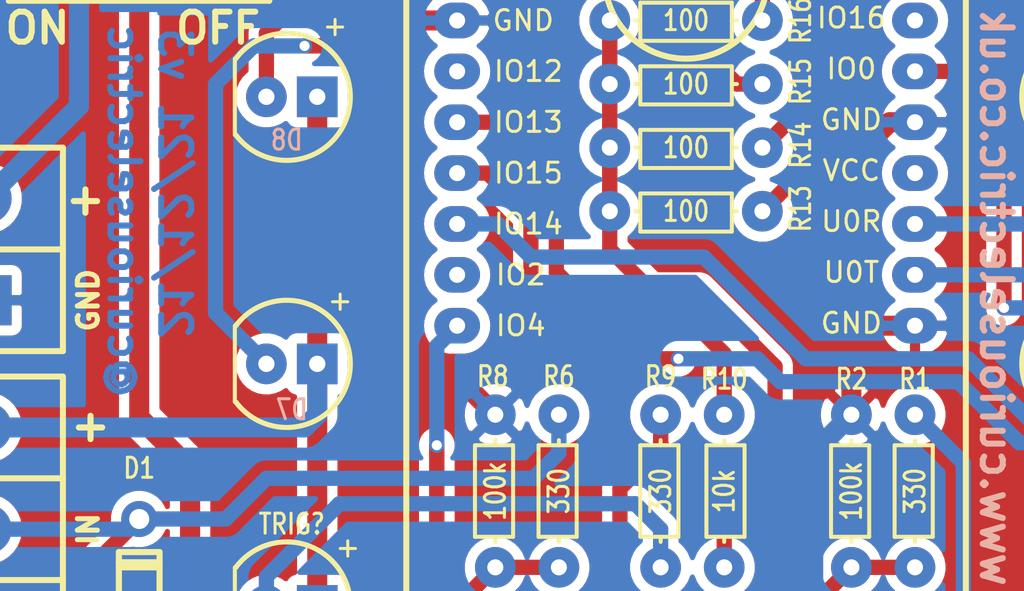
<source format=kicad_pcb>
(kicad_pcb (version 20171130) (host pcbnew "(5.1.12)-1")
  (layers (0 F.Cu signal hide) (31 B.Cu signal hide) (34 B.Paste user) (35 F.Paste user) (36 B.SilkS user) (37 F.SilkS user) (38 B.Mask user) (39 F.Mask user) (44 Edge.Cuts user))
  (net 0 "")
  (net 1 VCC)
  (net 2 GND)
  (net 3 "Net-(C1-Pad1)")
  (net 4 +3V3)
  (net 5 "Net-(J1-Pad2)")
  (net 6 "Net-(D1-Pad1)")
  (net 7 "Net-(D4-Pad2)")
  (net 8 /I2C_CLK)
  (net 9 /I2C_DAT)
  (net 10 "Net-(J4-Pad2)")
  (net 11 /5V_PWR)
  (net 12 /U0R)
  (net 13 /U0T)
  (net 14 "Net-(J4-Pad6)")
  (net 15 /PROG_EN)
  (net 16 /TRIG)
  (net 17 "Net-(D5-Pad2)")
  (net 18 "Net-(D6-Pad2)")
  (net 19 "Net-(D7-Pad2)")
  (net 20 "Net-(D8-Pad2)")
  (net 21 "Net-(Q3-Pad2)")
  (net 22 "Net-(Q3-Pad1)")
  (net 23 "Net-(R10-Pad1)")
  (net 24 "Net-(U3-Pad12)")
  (net 25 "Net-(U3-Pad3)")
  (net 26 "Net-(U3-Pad15)")
  (net 27 "Net-(J3-Pad4)")
  (net 28 "Net-(J8-Pad1)")
  (net 29 "Net-(Q1-Pad2)")
  (net 30 "Net-(Q2-Pad2)")
  (net 31 "Net-(U3-Pad7)")
  (net 32 "Net-(J4-Pad4)")
  (net 33 "Net-(J4-Pad5)")
  (net 34 /FLASH)
  (module REInnovationFootprint:PCB_Lapse-O-Matic (layer F.Cu) (at 120.015 94.615)
    (fp_text reference J8 hide)
    (fp_text value PCB hide)
    (fp_line (start -26.541516 -29.226107) (end -26.726274 -29.22145) (layer Edge.Cuts) (width 0.1))
    (fp_line (start -26.726274 -29.22145) (end -26.908545 -29.207692) (layer Edge.Cuts) (width 0.1))
    (fp_line (start -26.908545 -29.207692) (end -27.088091 -29.185017) (layer Edge.Cuts) (width 0.1))
    (fp_line (start -27.088091 -29.185017) (end -27.264727 -29.153638) (layer Edge.Cuts) (width 0.1))
    (fp_line (start -27.264727 -29.153638) (end -27.438214 -29.113792) (layer Edge.Cuts) (width 0.1))
    (fp_line (start -27.438214 -29.113792) (end -27.608314 -29.06569) (layer Edge.Cuts) (width 0.1))
    (fp_line (start -27.608314 -29.06569) (end -27.774816 -29.009599) (layer Edge.Cuts) (width 0.1))
    (fp_line (start -27.774816 -29.009599) (end -27.937508 -28.945675) (layer Edge.Cuts) (width 0.1))
    (fp_line (start -27.937508 -28.945675) (end -28.096152 -28.874185) (layer Edge.Cuts) (width 0.1))
    (fp_line (start -28.096152 -28.874185) (end -28.250537 -28.795313) (layer Edge.Cuts) (width 0.1))
    (fp_line (start -28.250537 -28.795313) (end -28.400449 -28.709323) (layer Edge.Cuts) (width 0.1))
    (fp_line (start -28.400449 -28.709323) (end -28.545652 -28.616402) (layer Edge.Cuts) (width 0.1))
    (fp_line (start -28.545652 -28.616402) (end -28.685934 -28.516786) (layer Edge.Cuts) (width 0.1))
    (fp_line (start -28.685934 -28.516786) (end -28.821083 -28.410715) (layer Edge.Cuts) (width 0.1))
    (fp_line (start -28.821083 -28.410715) (end -28.950861 -28.298373) (layer Edge.Cuts) (width 0.1))
    (fp_line (start -28.950861 -28.298373) (end -29.07503 -28.179999) (layer Edge.Cuts) (width 0.1))
    (fp_line (start -29.07503 -28.179999) (end -29.193405 -28.055803) (layer Edge.Cuts) (width 0.1))
    (fp_line (start -29.193405 -28.055803) (end -29.305746 -27.926052) (layer Edge.Cuts) (width 0.1))
    (fp_line (start -29.305746 -27.926052) (end -29.411818 -27.790903) (layer Edge.Cuts) (width 0.1))
    (fp_line (start -29.411818 -27.790903) (end -29.511433 -27.650621) (layer Edge.Cuts) (width 0.1))
    (fp_line (start -29.511433 -27.650621) (end -29.604355 -27.505418) (layer Edge.Cuts) (width 0.1))
    (fp_line (start -29.604355 -27.505418) (end -29.690344 -27.355505) (layer Edge.Cuts) (width 0.1))
    (fp_line (start -29.690344 -27.355505) (end -29.769217 -27.201121) (layer Edge.Cuts) (width 0.1))
    (fp_line (start -29.769217 -27.201121) (end -29.840707 -27.042477) (layer Edge.Cuts) (width 0.1))
    (fp_line (start -29.840707 -27.042477) (end -29.90463 -26.879785) (layer Edge.Cuts) (width 0.1))
    (fp_line (start -29.90463 -26.879785) (end -29.960748 -26.713256) (layer Edge.Cuts) (width 0.1))
    (fp_line (start -29.960748 -26.713256) (end -30.008823 -26.543156) (layer Edge.Cuts) (width 0.1))
    (fp_line (start -30.008823 -26.543156) (end -30.048669 -26.369695) (layer Edge.Cuts) (width 0.1))
    (fp_line (start -30.048669 -26.369695) (end -30.080049 -26.19306) (layer Edge.Cuts) (width 0.1))
    (fp_line (start -30.080049 -26.19306) (end -30.102723 -26.013514) (layer Edge.Cuts) (width 0.1))
    (fp_line (start -30.102723 -26.013514) (end -30.116508 -25.831243) (layer Edge.Cuts) (width 0.1))
    (fp_line (start -30.116508 -25.831243) (end -30.121138 -25.646484) (layer Edge.Cuts) (width 0.1))
    (fp_line (start -30.121138 -25.646484) (end -30.121138 -24.324072) (layer Edge.Cuts) (width 0.1))
    (fp_line (start -30.121138 -24.324072) (end -32.202137 -24.324072) (layer Edge.Cuts) (width 0.1))
    (fp_line (start -32.202137 -24.324072) (end -32.353875 -24.320262) (layer Edge.Cuts) (width 0.1))
    (fp_line (start -32.353875 -24.320262) (end -32.503576 -24.308964) (layer Edge.Cuts) (width 0.1))
    (fp_line (start -32.503576 -24.308964) (end -32.651028 -24.290338) (layer Edge.Cuts) (width 0.1))
    (fp_line (start -32.651028 -24.290338) (end -32.796099 -24.264567) (layer Edge.Cuts) (width 0.1))
    (fp_line (start -32.796099 -24.264567) (end -32.93855 -24.231838) (layer Edge.Cuts) (width 0.1))
    (fp_line (start -32.93855 -24.231838) (end -33.07825 -24.192336) (layer Edge.Cuts) (width 0.1))
    (fp_line (start -33.07825 -24.192336) (end -33.215013 -24.146272) (layer Edge.Cuts) (width 0.1))
    (fp_line (start -33.215013 -24.146272) (end -33.348628 -24.093779) (layer Edge.Cuts) (width 0.1))
    (fp_line (start -33.348628 -24.093779) (end -33.478908 -24.035041) (layer Edge.Cuts) (width 0.1))
    (fp_line (start -33.478908 -24.035041) (end -33.605723 -23.970272) (layer Edge.Cuts) (width 0.1))
    (fp_line (start -33.605723 -23.970272) (end -33.728833 -23.899654) (layer Edge.Cuts) (width 0.1))
    (fp_line (start -33.728833 -23.899654) (end -33.848081 -23.823349) (layer Edge.Cuts) (width 0.1))
    (fp_line (start -33.848081 -23.823349) (end -33.963307 -23.74154) (layer Edge.Cuts) (width 0.1))
    (fp_line (start -33.963307 -23.74154) (end -34.074299 -23.654412) (layer Edge.Cuts) (width 0.1))
    (fp_line (start -34.074299 -23.654412) (end -34.180873 -23.562152) (layer Edge.Cuts) (width 0.1))
    (fp_line (start -34.180873 -23.562152) (end -34.282844 -23.464971) (layer Edge.Cuts) (width 0.1))
    (fp_line (start -34.282844 -23.464971) (end -34.380078 -23.362842) (layer Edge.Cuts) (width 0.1))
    (fp_line (start -34.380078 -23.362842) (end -34.472338 -23.25648) (layer Edge.Cuts) (width 0.1))
    (fp_line (start -34.472338 -23.25648) (end -34.559465 -23.145355) (layer Edge.Cuts) (width 0.1))
    (fp_line (start -34.559465 -23.145355) (end -34.641274 -23.030261) (layer Edge.Cuts) (width 0.1))
    (fp_line (start -34.641274 -23.030261) (end -34.71758 -22.910934) (layer Edge.Cuts) (width 0.1))
    (fp_line (start -34.71758 -22.910934) (end -34.788224 -22.787903) (layer Edge.Cuts) (width 0.1))
    (fp_line (start -34.788224 -22.787903) (end -34.852967 -22.660903) (layer Edge.Cuts) (width 0.1))
    (fp_line (start -34.852967 -22.660903) (end -34.911705 -22.530728) (layer Edge.Cuts) (width 0.1))
    (fp_line (start -34.911705 -22.530728) (end -34.964198 -22.397114) (layer Edge.Cuts) (width 0.1))
    (fp_line (start -34.964198 -22.397114) (end -35.010288 -22.260325) (layer Edge.Cuts) (width 0.1))
    (fp_line (start -35.010288 -22.260325) (end -35.049764 -22.120625) (layer Edge.Cuts) (width 0.1))
    (fp_line (start -35.049764 -22.120625) (end -35.082493 -21.978279) (layer Edge.Cuts) (width 0.1))
    (fp_line (start -35.082493 -21.978279) (end -35.108263 -21.833023) (layer Edge.Cuts) (width 0.1))
    (fp_line (start -35.108263 -21.833023) (end -35.12689 -21.68565) (layer Edge.Cuts) (width 0.1))
    (fp_line (start -35.12689 -21.68565) (end -35.138188 -21.535896) (layer Edge.Cuts) (width 0.1))
    (fp_line (start -35.138188 -21.535896) (end -35.142024 -21.38429) (layer Edge.Cuts) (width 0.1))
    (fp_line (start -35.142024 -21.38429) (end -35.142024 17.783254) (layer Edge.Cuts) (width 0.1))
    (fp_line (start -35.142024 17.783254) (end -35.138188 17.935125) (layer Edge.Cuts) (width 0.1))
    (fp_line (start -35.138188 17.935125) (end -35.12689 18.084879) (layer Edge.Cuts) (width 0.1))
    (fp_line (start -35.12689 18.084879) (end -35.108263 18.232252) (layer Edge.Cuts) (width 0.1))
    (fp_line (start -35.108263 18.232252) (end -35.082493 18.377243) (layer Edge.Cuts) (width 0.1))
    (fp_line (start -35.082493 18.377243) (end -35.049764 18.519853) (layer Edge.Cuts) (width 0.1))
    (fp_line (start -35.049764 18.519853) (end -35.010288 18.659553) (layer Edge.Cuts) (width 0.1))
    (fp_line (start -35.010288 18.659553) (end -34.964198 18.796342) (layer Edge.Cuts) (width 0.1))
    (fp_line (start -34.964198 18.796342) (end -34.911705 18.929957) (layer Edge.Cuts) (width 0.1))
    (fp_line (start -34.911705 18.929957) (end -34.852967 19.060132) (layer Edge.Cuts) (width 0.1))
    (fp_line (start -34.852967 19.060132) (end -34.788224 19.186867) (layer Edge.Cuts) (width 0.1))
    (fp_line (start -34.788224 19.186867) (end -34.71758 19.310163) (layer Edge.Cuts) (width 0.1))
    (fp_line (start -34.71758 19.310163) (end -34.641274 19.429225) (layer Edge.Cuts) (width 0.1))
    (fp_line (start -34.641274 19.429225) (end -34.559465 19.544583) (layer Edge.Cuts) (width 0.1))
    (fp_line (start -34.559465 19.544583) (end -34.472338 19.655443) (layer Edge.Cuts) (width 0.1))
    (fp_line (start -34.472338 19.655443) (end -34.380078 19.76207) (layer Edge.Cuts) (width 0.1))
    (fp_line (start -34.380078 19.76207) (end -34.282844 19.864199) (layer Edge.Cuts) (width 0.1))
    (fp_line (start -34.282844 19.864199) (end -34.180873 19.961301) (layer Edge.Cuts) (width 0.1))
    (fp_line (start -34.180873 19.961301) (end -34.074299 20.053641) (layer Edge.Cuts) (width 0.1))
    (fp_line (start -34.074299 20.053641) (end -33.963307 20.140689) (layer Edge.Cuts) (width 0.1))
    (fp_line (start -33.963307 20.140689) (end -33.848081 20.222445) (layer Edge.Cuts) (width 0.1))
    (fp_line (start -33.848081 20.222445) (end -33.728833 20.298909) (layer Edge.Cuts) (width 0.1))
    (fp_line (start -33.728833 20.298909) (end -33.605723 20.369553) (layer Edge.Cuts) (width 0.1))
    (fp_line (start -33.605723 20.369553) (end -33.478908 20.434111) (layer Edge.Cuts) (width 0.1))
    (fp_line (start -33.478908 20.434111) (end -33.348628 20.492849) (layer Edge.Cuts) (width 0.1))
    (fp_line (start -33.348628 20.492849) (end -33.215013 20.545501) (layer Edge.Cuts) (width 0.1))
    (fp_line (start -33.215013 20.545501) (end -33.07825 20.591538) (layer Edge.Cuts) (width 0.1))
    (fp_line (start -33.07825 20.591538) (end -32.93855 20.630961) (layer Edge.Cuts) (width 0.1))
    (fp_line (start -32.93855 20.630961) (end -32.796099 20.663769) (layer Edge.Cuts) (width 0.1))
    (fp_line (start -32.796099 20.663769) (end -32.651028 20.689434) (layer Edge.Cuts) (width 0.1))
    (fp_line (start -32.651028 20.689434) (end -32.503576 20.708219) (layer Edge.Cuts) (width 0.1))
    (fp_line (start -32.503576 20.708219) (end -32.353875 20.719332) (layer Edge.Cuts) (width 0.1))
    (fp_line (start -32.353875 20.719332) (end -32.202137 20.7233) (layer Edge.Cuts) (width 0.1))
    (fp_line (start -32.202137 20.7233) (end -30.121138 20.7233) (layer Edge.Cuts) (width 0.1))
    (fp_line (start -30.121138 20.7233) (end -30.121138 22.045686) (layer Edge.Cuts) (width 0.1))
    (fp_line (start -30.121138 22.045686) (end -30.116508 22.230365) (layer Edge.Cuts) (width 0.1))
    (fp_line (start -30.116508 22.230365) (end -30.102723 22.412663) (layer Edge.Cuts) (width 0.1))
    (fp_line (start -30.102723 22.412663) (end -30.080049 22.592315) (layer Edge.Cuts) (width 0.1))
    (fp_line (start -30.080049 22.592315) (end -30.048669 22.768792) (layer Edge.Cuts) (width 0.1))
    (fp_line (start -30.048669 22.768792) (end -30.008823 22.942358) (layer Edge.Cuts) (width 0.1))
    (fp_line (start -30.008823 22.942358) (end -29.960748 23.112485) (layer Edge.Cuts) (width 0.1))
    (fp_line (start -29.960748 23.112485) (end -29.90463 23.278908) (layer Edge.Cuts) (width 0.1))
    (fp_line (start -29.90463 23.278908) (end -29.840707 23.441626) (layer Edge.Cuts) (width 0.1))
    (fp_line (start -29.840707 23.441626) (end -29.769217 23.600376) (layer Edge.Cuts) (width 0.1))
    (fp_line (start -29.769217 23.600376) (end -29.690344 23.754628) (layer Edge.Cuts) (width 0.1))
    (fp_line (start -29.690344 23.754628) (end -29.604355 23.904646) (layer Edge.Cuts) (width 0.1))
    (fp_line (start -29.604355 23.904646) (end -29.511433 24.049903) (layer Edge.Cuts) (width 0.1))
    (fp_line (start -29.511433 24.049903) (end -29.411818 24.190132) (layer Edge.Cuts) (width 0.1))
    (fp_line (start -29.411818 24.190132) (end -29.305746 24.325333) (layer Edge.Cuts) (width 0.1))
    (fp_line (start -29.305746 24.325333) (end -29.193405 24.454979) (layer Edge.Cuts) (width 0.1))
    (fp_line (start -29.193405 24.454979) (end -29.07503 24.579069) (layer Edge.Cuts) (width 0.1))
    (fp_line (start -29.07503 24.579069) (end -28.950861 24.697602) (layer Edge.Cuts) (width 0.1))
    (fp_line (start -28.950861 24.697602) (end -28.821083 24.809785) (layer Edge.Cuts) (width 0.1))
    (fp_line (start -28.821083 24.809785) (end -28.685934 24.915883) (layer Edge.Cuts) (width 0.1))
    (fp_line (start -28.685934 24.915883) (end -28.545652 25.01563) (layer Edge.Cuts) (width 0.1))
    (fp_line (start -28.545652 25.01563) (end -28.400449 25.108499) (layer Edge.Cuts) (width 0.1))
    (fp_line (start -28.400449 25.108499) (end -28.250537 25.194489) (layer Edge.Cuts) (width 0.1))
    (fp_line (start -28.250537 25.194489) (end -28.096152 25.273334) (layer Edge.Cuts) (width 0.1))
    (fp_line (start -28.096152 25.273334) (end -27.937508 25.344772) (layer Edge.Cuts) (width 0.1))
    (fp_line (start -27.937508 25.344772) (end -27.774816 25.408801) (layer Edge.Cuts) (width 0.1))
    (fp_line (start -27.774816 25.408801) (end -27.608314 25.464892) (layer Edge.Cuts) (width 0.1))
    (fp_line (start -27.608314 25.464892) (end -27.438214 25.513047) (layer Edge.Cuts) (width 0.1))
    (fp_line (start -27.438214 25.513047) (end -27.264727 25.552734) (layer Edge.Cuts) (width 0.1))
    (fp_line (start -27.264727 25.552734) (end -27.088091 25.584219) (layer Edge.Cuts) (width 0.1))
    (fp_line (start -27.088091 25.584219) (end -26.908545 25.606973) (layer Edge.Cuts) (width 0.1))
    (fp_line (start -26.908545 25.606973) (end -26.726274 25.620732) (layer Edge.Cuts) (width 0.1))
    (fp_line (start -26.726274 25.620732) (end -26.541516 25.62523) (layer Edge.Cuts) (width 0.1))
    (fp_line (start -26.541516 25.62523) (end -14.112226 25.62523) (layer Edge.Cuts) (width 0.1))
    (fp_line (start -14.112226 25.62523) (end -14.112226 29.782093) (layer Edge.Cuts) (width 0.1))
    (fp_line (start -14.112226 29.782093) (end -14.107729 29.961481) (layer Edge.Cuts) (width 0.1))
    (fp_line (start -14.107729 29.961481) (end -14.094764 30.138222) (layer Edge.Cuts) (width 0.1))
    (fp_line (start -14.094764 30.138222) (end -14.072539 30.312318) (layer Edge.Cuts) (width 0.1))
    (fp_line (start -14.072539 30.312318) (end -14.042112 30.483767) (layer Edge.Cuts) (width 0.1))
    (fp_line (start -14.042112 30.483767) (end -14.003218 30.652307) (layer Edge.Cuts) (width 0.1))
    (fp_line (start -14.003218 30.652307) (end -13.956652 30.817142) (layer Edge.Cuts) (width 0.1))
    (fp_line (start -13.956652 30.817142) (end -13.901883 30.978802) (layer Edge.Cuts) (width 0.1))
    (fp_line (start -13.901883 30.978802) (end -13.839971 31.137023) (layer Edge.Cuts) (width 0.1))
    (fp_line (start -13.839971 31.137023) (end -13.77065 31.29101) (layer Edge.Cuts) (width 0.1))
    (fp_line (start -13.77065 31.29101) (end -13.694185 31.441029) (layer Edge.Cuts) (width 0.1))
    (fp_line (start -13.694185 31.441029) (end -13.610577 31.58602) (layer Edge.Cuts) (width 0.1))
    (fp_line (start -13.610577 31.58602) (end -13.520619 31.727307) (layer Edge.Cuts) (width 0.1))
    (fp_line (start -13.520619 31.727307) (end -13.424046 31.863039) (layer Edge.Cuts) (width 0.1))
    (fp_line (start -13.424046 31.863039) (end -13.321123 31.994272) (layer Edge.Cuts) (width 0.1))
    (fp_line (start -13.321123 31.994272) (end -13.211586 32.120478) (layer Edge.Cuts) (width 0.1))
    (fp_line (start -13.211586 32.120478) (end -13.096757 32.240863) (layer Edge.Cuts) (width 0.1))
    (fp_line (start -13.096757 32.240863) (end -12.975842 32.356221) (layer Edge.Cuts) (width 0.1))
    (fp_line (start -12.975842 32.356221) (end -12.85043 32.4647) (layer Edge.Cuts) (width 0.1))
    (fp_line (start -12.85043 32.4647) (end -12.719197 32.567888) (layer Edge.Cuts) (width 0.1))
    (fp_line (start -12.719197 32.567888) (end -12.583201 32.664725) (layer Edge.Cuts) (width 0.1))
    (fp_line (start -12.583201 32.664725) (end -12.442179 32.754419) (layer Edge.Cuts) (width 0.1))
    (fp_line (start -12.442179 32.754419) (end -12.296393 32.838291) (layer Edge.Cuts) (width 0.1))
    (fp_line (start -12.296393 32.838291) (end -12.146639 32.914756) (layer Edge.Cuts) (width 0.1))
    (fp_line (start -12.146639 32.914756) (end -11.992652 32.984077) (layer Edge.Cuts) (width 0.1))
    (fp_line (start -11.992652 32.984077) (end -11.834961 33.045989) (layer Edge.Cuts) (width 0.1))
    (fp_line (start -11.834961 33.045989) (end -11.6733 33.100758) (layer Edge.Cuts) (width 0.1))
    (fp_line (start -11.6733 33.100758) (end -11.507936 33.147324) (layer Edge.Cuts) (width 0.1))
    (fp_line (start -11.507936 33.147324) (end -11.339926 33.185954) (layer Edge.Cuts) (width 0.1))
    (fp_line (start -11.339926 33.185954) (end -11.168211 33.216645) (layer Edge.Cuts) (width 0.1))
    (fp_line (start -11.168211 33.216645) (end -10.993587 33.238341) (layer Edge.Cuts) (width 0.1))
    (fp_line (start -10.993587 33.238341) (end -10.816845 33.25157) (layer Edge.Cuts) (width 0.1))
    (fp_line (start -10.816845 33.25157) (end -10.637723 33.256333) (layer Edge.Cuts) (width 0.1))
    (fp_line (start -10.637723 33.256333) (end 22.276667 33.256333) (layer Edge.Cuts) (width 0.1))
    (fp_line (start 22.276667 33.256333) (end 22.456055 33.25157) (layer Edge.Cuts) (width 0.1))
    (fp_line (start 22.456055 33.25157) (end 22.632796 33.238341) (layer Edge.Cuts) (width 0.1))
    (fp_line (start 22.632796 33.238341) (end 22.806892 33.216645) (layer Edge.Cuts) (width 0.1))
    (fp_line (start 22.806892 33.216645) (end 22.978341 33.185954) (layer Edge.Cuts) (width 0.1))
    (fp_line (start 22.978341 33.185954) (end 23.146881 33.147324) (layer Edge.Cuts) (width 0.1))
    (fp_line (start 23.146881 33.147324) (end 23.311716 33.100758) (layer Edge.Cuts) (width 0.1))
    (fp_line (start 23.311716 33.100758) (end 23.473376 33.045989) (layer Edge.Cuts) (width 0.1))
    (fp_line (start 23.473376 33.045989) (end 23.631597 32.984077) (layer Edge.Cuts) (width 0.1))
    (fp_line (start 23.631597 32.984077) (end 23.785584 32.914756) (layer Edge.Cuts) (width 0.1))
    (fp_line (start 23.785584 32.914756) (end 23.935338 32.838291) (layer Edge.Cuts) (width 0.1))
    (fp_line (start 23.935338 32.838291) (end 24.080594 32.754419) (layer Edge.Cuts) (width 0.1))
    (fp_line (start 24.080594 32.754419) (end 24.221617 32.664725) (layer Edge.Cuts) (width 0.1))
    (fp_line (start 24.221617 32.664725) (end 24.357613 32.567888) (layer Edge.Cuts) (width 0.1))
    (fp_line (start 24.357613 32.567888) (end 24.488846 32.4647) (layer Edge.Cuts) (width 0.1))
    (fp_line (start 24.488846 32.4647) (end 24.615052 32.356221) (layer Edge.Cuts) (width 0.1))
    (fp_line (start 24.615052 32.356221) (end 24.735437 32.240863) (layer Edge.Cuts) (width 0.1))
    (fp_line (start 24.735437 32.240863) (end 24.850531 32.120478) (layer Edge.Cuts) (width 0.1))
    (fp_line (start 24.850531 32.120478) (end 24.959539 31.994272) (layer Edge.Cuts) (width 0.1))
    (fp_line (start 24.959539 31.994272) (end 25.062462 31.863039) (layer Edge.Cuts) (width 0.1))
    (fp_line (start 25.062462 31.863039) (end 25.159034 31.727307) (layer Edge.Cuts) (width 0.1))
    (fp_line (start 25.159034 31.727307) (end 25.248993 31.58602) (layer Edge.Cuts) (width 0.1))
    (fp_line (start 25.248993 31.58602) (end 25.332866 31.441029) (layer Edge.Cuts) (width 0.1))
    (fp_line (start 25.332866 31.441029) (end 25.40933 31.29101) (layer Edge.Cuts) (width 0.1))
    (fp_line (start 25.40933 31.29101) (end 25.478386 31.137023) (layer Edge.Cuts) (width 0.1))
    (fp_line (start 25.478386 31.137023) (end 25.540563 30.978802) (layer Edge.Cuts) (width 0.1))
    (fp_line (start 25.540563 30.978802) (end 25.594803 30.817142) (layer Edge.Cuts) (width 0.1))
    (fp_line (start 25.594803 30.817142) (end 25.641898 30.652307) (layer Edge.Cuts) (width 0.1))
    (fp_line (start 25.641898 30.652307) (end 25.680528 30.483767) (layer Edge.Cuts) (width 0.1))
    (fp_line (start 25.680528 30.483767) (end 25.710955 30.312318) (layer Edge.Cuts) (width 0.1))
    (fp_line (start 25.710955 30.312318) (end 25.73265 30.138222) (layer Edge.Cuts) (width 0.1))
    (fp_line (start 25.73265 30.138222) (end 25.746144 29.961481) (layer Edge.Cuts) (width 0.1))
    (fp_line (start 25.746144 29.961481) (end 25.750907 29.782093) (layer Edge.Cuts) (width 0.1))
    (fp_line (start 25.750907 29.782093) (end 25.750907 25.62523) (layer Edge.Cuts) (width 0.1))
    (fp_line (start 25.750907 25.62523) (end 38.126776 25.62523) (layer Edge.Cuts) (width 0.1))
    (fp_line (start 38.126776 25.62523) (end 38.311455 25.620732) (layer Edge.Cuts) (width 0.1))
    (fp_line (start 38.311455 25.620732) (end 38.493753 25.606973) (layer Edge.Cuts) (width 0.1))
    (fp_line (start 38.493753 25.606973) (end 38.673405 25.584219) (layer Edge.Cuts) (width 0.1))
    (fp_line (start 38.673405 25.584219) (end 38.850146 25.552734) (layer Edge.Cuts) (width 0.1))
    (fp_line (start 38.850146 25.552734) (end 39.023448 25.513047) (layer Edge.Cuts) (width 0.1))
    (fp_line (start 39.023448 25.513047) (end 39.193575 25.464892) (layer Edge.Cuts) (width 0.1))
    (fp_line (start 39.193575 25.464892) (end 39.359998 25.408801) (layer Edge.Cuts) (width 0.1))
    (fp_line (start 39.359998 25.408801) (end 39.522716 25.344772) (layer Edge.Cuts) (width 0.1))
    (fp_line (start 39.522716 25.344772) (end 39.681466 25.273334) (layer Edge.Cuts) (width 0.1))
    (fp_line (start 39.681466 25.273334) (end 39.835718 25.194489) (layer Edge.Cuts) (width 0.1))
    (fp_line (start 39.835718 25.194489) (end 39.985737 25.108499) (layer Edge.Cuts) (width 0.1))
    (fp_line (start 39.985737 25.108499) (end 40.130993 25.01563) (layer Edge.Cuts) (width 0.1))
    (fp_line (start 40.130993 25.01563) (end 40.271222 24.915883) (layer Edge.Cuts) (width 0.1))
    (fp_line (start 40.271222 24.915883) (end 40.406424 24.809785) (layer Edge.Cuts) (width 0.1))
    (fp_line (start 40.406424 24.809785) (end 40.536069 24.697602) (layer Edge.Cuts) (width 0.1))
    (fp_line (start 40.536069 24.697602) (end 40.660423 24.579069) (layer Edge.Cuts) (width 0.1))
    (fp_line (start 40.660423 24.579069) (end 40.778692 24.454979) (layer Edge.Cuts) (width 0.1))
    (fp_line (start 40.778692 24.454979) (end 40.89114 24.325333) (layer Edge.Cuts) (width 0.1))
    (fp_line (start 40.89114 24.325333) (end 40.997237 24.190132) (layer Edge.Cuts) (width 0.1))
    (fp_line (start 40.997237 24.190132) (end 41.096721 24.049903) (layer Edge.Cuts) (width 0.1))
    (fp_line (start 41.096721 24.049903) (end 41.189589 23.904646) (layer Edge.Cuts) (width 0.1))
    (fp_line (start 41.189589 23.904646) (end 41.275579 23.754628) (layer Edge.Cuts) (width 0.1))
    (fp_line (start 41.275579 23.754628) (end 41.354424 23.600376) (layer Edge.Cuts) (width 0.1))
    (fp_line (start 41.354424 23.600376) (end 41.426126 23.441626) (layer Edge.Cuts) (width 0.1))
    (fp_line (start 41.426126 23.441626) (end 41.489891 23.278908) (layer Edge.Cuts) (width 0.1))
    (fp_line (start 41.489891 23.278908) (end 41.545983 23.112485) (layer Edge.Cuts) (width 0.1))
    (fp_line (start 41.545983 23.112485) (end 41.594137 22.942358) (layer Edge.Cuts) (width 0.1))
    (fp_line (start 41.594137 22.942358) (end 41.634089 22.768792) (layer Edge.Cuts) (width 0.1))
    (fp_line (start 41.634089 22.768792) (end 41.66531 22.592315) (layer Edge.Cuts) (width 0.1))
    (fp_line (start 41.66531 22.592315) (end 41.688064 22.412663) (layer Edge.Cuts) (width 0.1))
    (fp_line (start 41.688064 22.412663) (end 41.701822 22.230365) (layer Edge.Cuts) (width 0.1))
    (fp_line (start 41.701822 22.230365) (end 41.70632 22.045686) (layer Edge.Cuts) (width 0.1))
    (fp_line (start 41.70632 22.045686) (end 41.70632 20.7233) (layer Edge.Cuts) (width 0.1))
    (fp_line (start 41.70632 20.7233) (end 43.840711 20.7233) (layer Edge.Cuts) (width 0.1))
    (fp_line (start 43.840711 20.7233) (end 43.992317 20.719332) (layer Edge.Cuts) (width 0.1))
    (fp_line (start 43.992317 20.719332) (end 44.142071 20.708219) (layer Edge.Cuts) (width 0.1))
    (fp_line (start 44.142071 20.708219) (end 44.289444 20.689434) (layer Edge.Cuts) (width 0.1))
    (fp_line (start 44.289444 20.689434) (end 44.4347 20.663769) (layer Edge.Cuts) (width 0.1))
    (fp_line (start 44.4347 20.663769) (end 44.577045 20.630961) (layer Edge.Cuts) (width 0.1))
    (fp_line (start 44.577045 20.630961) (end 44.716745 20.591538) (layer Edge.Cuts) (width 0.1))
    (fp_line (start 44.716745 20.591538) (end 44.853535 20.545501) (layer Edge.Cuts) (width 0.1))
    (fp_line (start 44.853535 20.545501) (end 44.987149 20.492849) (layer Edge.Cuts) (width 0.1))
    (fp_line (start 44.987149 20.492849) (end 45.117324 20.434111) (layer Edge.Cuts) (width 0.1))
    (fp_line (start 45.117324 20.434111) (end 45.244324 20.369553) (layer Edge.Cuts) (width 0.1))
    (fp_line (start 45.244324 20.369553) (end 45.367355 20.298909) (layer Edge.Cuts) (width 0.1))
    (fp_line (start 45.367355 20.298909) (end 45.486682 20.222445) (layer Edge.Cuts) (width 0.1))
    (fp_line (start 45.486682 20.222445) (end 45.601775 20.140689) (layer Edge.Cuts) (width 0.1))
    (fp_line (start 45.601775 20.140689) (end 45.7129 20.053641) (layer Edge.Cuts) (width 0.1))
    (fp_line (start 45.7129 20.053641) (end 45.819263 19.961301) (layer Edge.Cuts) (width 0.1))
    (fp_line (start 45.819263 19.961301) (end 45.921392 19.864199) (layer Edge.Cuts) (width 0.1))
    (fp_line (start 45.921392 19.864199) (end 46.018494 19.76207) (layer Edge.Cuts) (width 0.1))
    (fp_line (start 46.018494 19.76207) (end 46.110833 19.655443) (layer Edge.Cuts) (width 0.1))
    (fp_line (start 46.110833 19.655443) (end 46.197881 19.544583) (layer Edge.Cuts) (width 0.1))
    (fp_line (start 46.197881 19.544583) (end 46.279902 19.429225) (layer Edge.Cuts) (width 0.1))
    (fp_line (start 46.279902 19.429225) (end 46.356102 19.310163) (layer Edge.Cuts) (width 0.1))
    (fp_line (start 46.356102 19.310163) (end 46.426745 19.186867) (layer Edge.Cuts) (width 0.1))
    (fp_line (start 46.426745 19.186867) (end 46.491568 19.060132) (layer Edge.Cuts) (width 0.1))
    (fp_line (start 46.491568 19.060132) (end 46.550305 18.929957) (layer Edge.Cuts) (width 0.1))
    (fp_line (start 46.550305 18.929957) (end 46.602693 18.796342) (layer Edge.Cuts) (width 0.1))
    (fp_line (start 46.602693 18.796342) (end 46.64873 18.659553) (layer Edge.Cuts) (width 0.1))
    (fp_line (start 46.64873 18.659553) (end 46.688418 18.519853) (layer Edge.Cuts) (width 0.1))
    (fp_line (start 46.688418 18.519853) (end 46.720961 18.377243) (layer Edge.Cuts) (width 0.1))
    (fp_line (start 46.720961 18.377243) (end 46.746891 18.232252) (layer Edge.Cuts) (width 0.1))
    (fp_line (start 46.746891 18.232252) (end 46.765411 18.084879) (layer Edge.Cuts) (width 0.1))
    (fp_line (start 46.765411 18.084879) (end 46.776788 17.935125) (layer Edge.Cuts) (width 0.1))
    (fp_line (start 46.776788 17.935125) (end 46.780493 17.783254) (layer Edge.Cuts) (width 0.1))
    (fp_line (start 46.780493 17.783254) (end 46.780493 -21.38429) (layer Edge.Cuts) (width 0.1))
    (fp_line (start 46.780493 -21.38429) (end 46.776788 -21.535896) (layer Edge.Cuts) (width 0.1))
    (fp_line (start 46.776788 -21.535896) (end 46.765411 -21.68565) (layer Edge.Cuts) (width 0.1))
    (fp_line (start 46.765411 -21.68565) (end 46.746891 -21.833023) (layer Edge.Cuts) (width 0.1))
    (fp_line (start 46.746891 -21.833023) (end 46.720961 -21.978279) (layer Edge.Cuts) (width 0.1))
    (fp_line (start 46.720961 -21.978279) (end 46.688418 -22.120625) (layer Edge.Cuts) (width 0.1))
    (fp_line (start 46.688418 -22.120625) (end 46.64873 -22.260325) (layer Edge.Cuts) (width 0.1))
    (fp_line (start 46.64873 -22.260325) (end 46.602693 -22.397114) (layer Edge.Cuts) (width 0.1))
    (fp_line (start 46.602693 -22.397114) (end 46.550305 -22.530728) (layer Edge.Cuts) (width 0.1))
    (fp_line (start 46.550305 -22.530728) (end 46.491568 -22.660903) (layer Edge.Cuts) (width 0.1))
    (fp_line (start 46.491568 -22.660903) (end 46.426745 -22.787903) (layer Edge.Cuts) (width 0.1))
    (fp_line (start 46.426745 -22.787903) (end 46.356102 -22.910934) (layer Edge.Cuts) (width 0.1))
    (fp_line (start 46.356102 -22.910934) (end 46.279902 -23.030261) (layer Edge.Cuts) (width 0.1))
    (fp_line (start 46.279902 -23.030261) (end 46.197881 -23.145355) (layer Edge.Cuts) (width 0.1))
    (fp_line (start 46.197881 -23.145355) (end 46.110833 -23.25648) (layer Edge.Cuts) (width 0.1))
    (fp_line (start 46.110833 -23.25648) (end 46.018494 -23.362842) (layer Edge.Cuts) (width 0.1))
    (fp_line (start 46.018494 -23.362842) (end 45.921392 -23.464971) (layer Edge.Cuts) (width 0.1))
    (fp_line (start 45.921392 -23.464971) (end 45.819263 -23.562152) (layer Edge.Cuts) (width 0.1))
    (fp_line (start 45.819263 -23.562152) (end 45.7129 -23.654412) (layer Edge.Cuts) (width 0.1))
    (fp_line (start 45.7129 -23.654412) (end 45.601775 -23.74154) (layer Edge.Cuts) (width 0.1))
    (fp_line (start 45.601775 -23.74154) (end 45.486682 -23.823349) (layer Edge.Cuts) (width 0.1))
    (fp_line (start 45.486682 -23.823349) (end 45.367355 -23.899654) (layer Edge.Cuts) (width 0.1))
    (fp_line (start 45.367355 -23.899654) (end 45.244324 -23.970272) (layer Edge.Cuts) (width 0.1))
    (fp_line (start 45.244324 -23.970272) (end 45.117324 -24.035041) (layer Edge.Cuts) (width 0.1))
    (fp_line (start 45.117324 -24.035041) (end 44.987149 -24.093779) (layer Edge.Cuts) (width 0.1))
    (fp_line (start 44.987149 -24.093779) (end 44.853535 -24.146272) (layer Edge.Cuts) (width 0.1))
    (fp_line (start 44.853535 -24.146272) (end 44.716745 -24.192336) (layer Edge.Cuts) (width 0.1))
    (fp_line (start 44.716745 -24.192336) (end 44.577045 -24.231838) (layer Edge.Cuts) (width 0.1))
    (fp_line (start 44.577045 -24.231838) (end 44.4347 -24.264567) (layer Edge.Cuts) (width 0.1))
    (fp_line (start 44.4347 -24.264567) (end 44.289444 -24.290338) (layer Edge.Cuts) (width 0.1))
    (fp_line (start 44.289444 -24.290338) (end 44.142071 -24.308964) (layer Edge.Cuts) (width 0.1))
    (fp_line (start 44.142071 -24.308964) (end 43.992317 -24.320262) (layer Edge.Cuts) (width 0.1))
    (fp_line (start 43.992317 -24.320262) (end 43.840711 -24.324072) (layer Edge.Cuts) (width 0.1))
    (fp_line (start 43.840711 -24.324072) (end 41.70632 -24.324072) (layer Edge.Cuts) (width 0.1))
    (fp_line (start 41.70632 -24.324072) (end 41.70632 -25.646484) (layer Edge.Cuts) (width 0.1))
    (fp_line (start 41.70632 -25.646484) (end 41.701822 -25.831243) (layer Edge.Cuts) (width 0.1))
    (fp_line (start 41.701822 -25.831243) (end 41.688064 -26.013514) (layer Edge.Cuts) (width 0.1))
    (fp_line (start 41.688064 -26.013514) (end 41.66531 -26.19306) (layer Edge.Cuts) (width 0.1))
    (fp_line (start 41.66531 -26.19306) (end 41.634089 -26.369695) (layer Edge.Cuts) (width 0.1))
    (fp_line (start 41.634089 -26.369695) (end 41.594137 -26.543156) (layer Edge.Cuts) (width 0.1))
    (fp_line (start 41.594137 -26.543156) (end 41.545983 -26.713256) (layer Edge.Cuts) (width 0.1))
    (fp_line (start 41.545983 -26.713256) (end 41.489891 -26.879785) (layer Edge.Cuts) (width 0.1))
    (fp_line (start 41.489891 -26.879785) (end 41.426126 -27.042477) (layer Edge.Cuts) (width 0.1))
    (fp_line (start 41.426126 -27.042477) (end 41.354424 -27.201121) (layer Edge.Cuts) (width 0.1))
    (fp_line (start 41.354424 -27.201121) (end 41.275579 -27.355505) (layer Edge.Cuts) (width 0.1))
    (fp_line (start 41.275579 -27.355505) (end 41.189589 -27.505418) (layer Edge.Cuts) (width 0.1))
    (fp_line (start 41.189589 -27.505418) (end 41.096721 -27.650621) (layer Edge.Cuts) (width 0.1))
    (fp_line (start 41.096721 -27.650621) (end 40.997237 -27.790903) (layer Edge.Cuts) (width 0.1))
    (fp_line (start 40.997237 -27.790903) (end 40.89114 -27.926052) (layer Edge.Cuts) (width 0.1))
    (fp_line (start 40.89114 -27.926052) (end 40.778692 -28.055803) (layer Edge.Cuts) (width 0.1))
    (fp_line (start 40.778692 -28.055803) (end 40.660423 -28.179999) (layer Edge.Cuts) (width 0.1))
    (fp_line (start 40.660423 -28.179999) (end 40.536069 -28.298373) (layer Edge.Cuts) (width 0.1))
    (fp_line (start 40.536069 -28.298373) (end 40.406424 -28.410715) (layer Edge.Cuts) (width 0.1))
    (fp_line (start 40.406424 -28.410715) (end 40.271222 -28.516786) (layer Edge.Cuts) (width 0.1))
    (fp_line (start 40.271222 -28.516786) (end 40.130993 -28.616402) (layer Edge.Cuts) (width 0.1))
    (fp_line (start 40.130993 -28.616402) (end 39.985737 -28.709323) (layer Edge.Cuts) (width 0.1))
    (fp_line (start 39.985737 -28.709323) (end 39.835718 -28.795313) (layer Edge.Cuts) (width 0.1))
    (fp_line (start 39.835718 -28.795313) (end 39.681466 -28.874185) (layer Edge.Cuts) (width 0.1))
    (fp_line (start 39.681466 -28.874185) (end 39.522716 -28.945675) (layer Edge.Cuts) (width 0.1))
    (fp_line (start 39.522716 -28.945675) (end 39.359998 -29.009599) (layer Edge.Cuts) (width 0.1))
    (fp_line (start 39.359998 -29.009599) (end 39.193575 -29.06569) (layer Edge.Cuts) (width 0.1))
    (fp_line (start 39.193575 -29.06569) (end 39.023448 -29.113792) (layer Edge.Cuts) (width 0.1))
    (fp_line (start 39.023448 -29.113792) (end 38.850146 -29.153638) (layer Edge.Cuts) (width 0.1))
    (fp_line (start 38.850146 -29.153638) (end 38.673405 -29.185017) (layer Edge.Cuts) (width 0.1))
    (fp_line (start 38.673405 -29.185017) (end 38.493753 -29.207692) (layer Edge.Cuts) (width 0.1))
    (fp_line (start 38.493753 -29.207692) (end 38.311455 -29.22145) (layer Edge.Cuts) (width 0.1))
    (fp_line (start 38.311455 -29.22145) (end 38.126776 -29.226107) (layer Edge.Cuts) (width 0.1))
    (fp_line (start 38.126776 -29.226107) (end -26.541516 -29.226107) (layer Edge.Cuts) (width 0.1))
    (fp_line (start -26.541516 -29.226107) (end -26.541516 -29.226107) (layer Edge.Cuts) (width 0.1))
    (fp_line (start -26.541516 -29.226107) (end -26.541516 -29.226107) (layer Edge.Cuts) (width 0.1))
    (pad 4 thru_hole circle (at 43.26635 15.679984) (size 2.9347 2.9347) (drill 2.9347) (layers *.Cu *.Mask))
    (pad 3 thru_hole circle (at 43.26635 -19.213643) (size 2.9347 2.9347) (drill 2.9347) (layers *.Cu *.Mask))
    (pad 2 thru_hole circle (at -31.627273 -19.213643) (size 2.9347 2.9347) (drill 2.9347) (layers *.Cu *.Mask))
    (pad 1 thru_hole circle (at -31.627273 15.679984) (size 2.9347 2.9347) (drill 2.9347) (layers *.Cu *.Mask) (net 28 "Net-(J8-Pad1)"))
  )
  (module REInnovationFootprint:SIL-3_PIR_SENSOR (layer F.Cu) (at 126.365 120.015 180)
    (fp_text reference J1 (at 0 -3.175 180) (layer B.SilkS) (effects (font (size 1 0.8)) (justify mirror)))
    (fp_text value PIR (at 0 0 180) (layer F.SilkS) (effects (font (size 1 0.8))))
    (fp_text user + (at 4.826 -4.699 180) (layer F.SilkS) (effects (font (size 1.5 1.5) (thickness 0.3))))
    (pad 1 thru_hole rect (at -2.54 -5.08 180) (size 2.032 2.032) (drill 0.8128) (layers *.Cu *.Mask) (net 2 GND))
    (pad 2 thru_hole circle (at 0 -5.08 180) (size 2.032 2.032) (drill 0.8128) (layers *.Cu *.Mask) (net 5 "Net-(J1-Pad2)"))
    (pad 3 thru_hole circle (at 2.54 -5.08 180) (size 2.032 2.032) (drill 0.8128) (layers *.Cu *.Mask) (net 4 +3V3))
  )
  (module REInnovationFootprint:TH_LED-5MM (layer F.Cu) (at 146.05 77.47)
    (fp_text reference D6 (at 0.254 2.032) (layer B.SilkS) (effects (font (size 1 0.8)) (justify mirror)))
    (fp_text value FLASH hide)
    (fp_text user + (at -2.286 -3.175) (layer F.SilkS))
    (pad 1 thru_hole rect (at -1.27 0) (size 2.032 2.032) (drill 0.8128) (layers *.Cu *.Mask) (net 4 +3V3))
    (pad 2 thru_hole circle (at 1.27 0) (size 2.032 2.032) (drill 0.8128) (layers *.Cu *.Mask) (net 18 "Net-(D6-Pad2)"))
  )
  (module REInnovationFootprint:TH_LED-5MM (layer F.Cu) (at 146.05 90.805)
    (fp_text reference D5 (at 0.127 2.032 180) (layer B.SilkS) (effects (font (size 1 0.8)) (justify mirror)))
    (fp_text value FLASH hide)
    (fp_text user + (at -2.286 -3.175) (layer F.SilkS))
    (pad 2 thru_hole circle (at 1.27 0) (size 2.032 2.032) (drill 0.8128) (layers *.Cu *.Mask) (net 17 "Net-(D5-Pad2)"))
    (pad 1 thru_hole rect (at -1.27 0) (size 2.032 2.032) (drill 0.8128) (layers *.Cu *.Mask) (net 4 +3V3))
  )
  (module REInnovationFootprint:ESP32_CAM (layer B.Cu) (at 126.365 71.12)
    (fp_text reference U3 (at -12.065 -3.175 180) (layer F.SilkS) (effects (font (size 1 0.8))))
    (fp_text value ESP32_CAM (at 0.889 37.338 180) (layer F.SilkS) (effects (font (size 1 0.8))))
    (fp_text user SD (at -5.715 -2.794 180) (layer F.SilkS))
    (fp_text user CAM (at 0.254 -0.889 180) (layer F.SilkS))
    (fp_text user 3V3 (at 8.255 -0.127 180) (layer F.SilkS))
    (fp_text user IO16 (at 8.255 2.413 180) (layer F.SilkS))
    (fp_text user IO0 (at 8.255 4.953 180) (layer F.SilkS))
    (fp_text user GND (at 8.255 7.493 180) (layer F.SilkS))
    (fp_text user VCC (at 8.255 10.033 180) (layer F.SilkS))
    (fp_text user U0R (at 8.255 12.573 180) (layer F.SilkS))
    (fp_text user U0T (at 8.255 15.113 180) (layer F.SilkS))
    (fp_text user GND (at 8.255 17.653 180) (layer F.SilkS))
    (fp_text user IO4 (at -8.255 17.78 180) (layer F.SilkS))
    (fp_text user IO2 (at -8.255 15.24 180) (layer F.SilkS))
    (fp_text user IO14 (at -7.874 12.7 180) (layer F.SilkS))
    (fp_text user IO15 (at -7.874 10.16 180) (layer F.SilkS))
    (fp_text user IO13 (at -7.874 7.62 180) (layer F.SilkS))
    (fp_text user IO12 (at -7.874 5.08 180) (layer F.SilkS))
    (fp_text user GND (at -8.128 2.54 180) (layer F.SilkS))
    (fp_text user 5V (at -8.636 0 180) (layer F.SilkS))
    (pad 14 thru_hole oval (at 11.43 5.08 90) (size 1.778 2.286) (drill 0.8) (layers *.Cu *.Mask) (net 15 /PROG_EN))
    (pad 13 thru_hole oval (at 11.43 7.62 90) (size 1.778 2.286) (drill 0.8) (layers *.Cu *.Mask) (net 2 GND))
    (pad 12 thru_hole oval (at 11.43 10.16 90) (size 1.778 2.286) (drill 0.8) (layers *.Cu *.Mask) (net 24 "Net-(U3-Pad12)"))
    (pad 11 thru_hole oval (at 11.43 12.7 90) (size 1.778 2.286) (drill 0.8) (layers *.Cu *.Mask) (net 12 /U0R))
    (pad 10 thru_hole oval (at 11.43 15.24 90) (size 1.778 2.286) (drill 0.8) (layers *.Cu *.Mask) (net 13 /U0T))
    (pad 9 thru_hole oval (at 11.43 17.78 90) (size 1.778 2.286) (drill 0.8) (layers *.Cu *.Mask) (net 2 GND))
    (pad 8 thru_hole oval (at -11.43 17.78 90) (size 1.778 2.286) (drill 0.8) (layers *.Cu *.Mask) (net 34 /FLASH))
    (pad 7 thru_hole oval (at -11.43 15.24 90) (size 1.778 2.286) (drill 0.8) (layers *.Cu *.Mask) (net 31 "Net-(U3-Pad7)"))
    (pad 6 thru_hole oval (at -11.43 12.7 90) (size 1.778 2.286) (drill 0.8) (layers *.Cu *.Mask) (net 9 /I2C_DAT))
    (pad 5 thru_hole oval (at -11.43 10.16 90) (size 1.778 2.286) (drill 0.8) (layers *.Cu *.Mask) (net 8 /I2C_CLK))
    (pad 4 thru_hole oval (at -11.43 7.62 90) (size 1.778 2.286) (drill 0.8) (layers *.Cu *.Mask) (net 23 "Net-(R10-Pad1)"))
    (pad 3 thru_hole oval (at -11.43 5.08 90) (size 1.778 2.286) (drill 0.8) (layers *.Cu *.Mask) (net 25 "Net-(U3-Pad3)"))
    (pad 2 thru_hole oval (at -11.43 2.54 90) (size 1.778 2.286) (drill 0.8) (layers *.Cu *.Mask) (net 2 GND))
    (pad 1 thru_hole rect (at -11.43 0 90) (size 1.778 2.286) (drill 0.8) (layers *.Cu *.Mask) (net 11 /5V_PWR))
    (pad 15 thru_hole oval (at 11.43 2.54 90) (size 1.778 2.286) (drill 0.8) (layers *.Cu *.Mask) (net 26 "Net-(U3-Pad15)"))
    (pad 16 thru_hole oval (at 11.43 0 90) (size 1.778 2.286) (drill 0.8) (layers *.Cu *.Mask) (net 4 +3V3))
  )
  (module REInnovationFootprint:TH_6x1_CONN (layer F.Cu) (at 163.83 88.9 270)
    (fp_text reference J4 (at 8.89 0) (layer B.SilkS) (effects (font (size 1 0.8)) (justify mirror)))
    (fp_text value PROG (at 5.715 2.54 90) (layer F.SilkS) (effects (font (size 1 0.8))))
    (pad 1 thru_hole rect (at -6.35 0 270) (size 2.10058 2.10058) (drill 1) (layers *.Cu *.Mask) (net 2 GND))
    (pad 2 thru_hole circle (at -3.81 0 270) (size 2.19964 2.19964) (drill 1) (layers *.Cu *.Mask) (net 10 "Net-(J4-Pad2)"))
    (pad 3 thru_hole circle (at -1.27 0 270) (size 2.19964 2.19964) (drill 1) (layers *.Cu *.Mask) (net 11 /5V_PWR))
    (pad 4 thru_hole circle (at 1.27 0 270) (size 2.19964 2.19964) (drill 1) (layers *.Cu *.Mask) (net 32 "Net-(J4-Pad4)"))
    (pad 5 thru_hole circle (at 3.81 0 270) (size 2.19964 2.19964) (drill 1) (layers *.Cu *.Mask) (net 33 "Net-(J4-Pad5)"))
    (pad 6 thru_hole circle (at 6.35 0 270) (size 2.19964 2.19964) (drill 1) (layers *.Cu *.Mask) (net 14 "Net-(J4-Pad6)"))
  )
  (module REInnovationFootprint:TH_Resistor_1 (layer F.Cu) (at 128.27 97.155 270)
    (fp_text reference R10 (at -5.588 0) (layer F.SilkS) (effects (font (size 1 0.8))))
    (fp_text value 10k (at 0 0 270) (layer F.SilkS) (effects (font (size 1 0.8))))
    (pad 2 thru_hole circle (at 3.81 0 270) (size 2.032 2.032) (drill 0.8001) (layers *.Cu *.Mask) (net 16 /TRIG))
    (pad 1 thru_hole circle (at -3.81 0 270) (size 2.032 2.032) (drill 0.8001) (layers *.Cu *.Mask) (net 23 "Net-(R10-Pad1)"))
  )
  (module REInnovationFootprint:SW_SPDT_R_Angle_ALIEX (layer F.Cu) (at 99.05238 69.8754 90)
    (fp_text reference SW1 (at 1.8034 4.45262) (layer B.SilkS) (effects (font (size 1 0.8)) (justify mirror)))
    (fp_text value POWER (at 0.0254 8.51662 270) (layer F.SilkS) (effects (font (size 1.5 1) (thickness 0.25))))
    (pad 2 thru_hole circle (at 0.0254 0.00762 90) (size 2 2) (drill 0.8) (layers *.Cu *.Mask) (net 3 "Net-(C1-Pad1)"))
    (pad 1 thru_hole circle (at 0 -3 90) (size 2 2) (drill 0.8) (layers *.Cu *.Mask) (net 1 VCC))
    (pad 3 thru_hole circle (at 0 3 90) (size 2 2) (drill 0.8) (layers *.Cu *.Mask))
    (pad 4 thru_hole oval (at 0 -6.3 90) (size 3 1.2) (drill oval 2.2 0.4) (layers *.Cu *.Mask))
    (pad 5 thru_hole oval (at 0 6.3 90) (size 3 1.2) (drill oval 2.2 0.4) (layers *.Cu *.Mask))
  )
  (module REInnovationFootprint:TH_Diode_3 (layer F.Cu) (at 99.06 103.632 90)
    (fp_text reference D1 (at 7.62 0) (layer F.SilkS) (effects (font (size 1 0.8))))
    (fp_text value ZENER hide)
    (pad 1 thru_hole circle (at 5.08 0 90) (size 1.8 1.8) (drill 1.00076) (layers *.Cu *.Mask) (net 6 "Net-(D1-Pad1)"))
    (pad 2 thru_hole circle (at -4.318 0 90) (size 1.8 1.8) (drill 1.00076) (layers *.Cu *.Mask) (net 2 GND))
  )
  (module REInnovationFootprint:TH_LED-5MM (layer F.Cu) (at 106.68 102.87 180)
    (fp_text reference D4 (at 0.254 -2.159 180) (layer B.SilkS) (effects (font (size 1 0.8)) (justify mirror)))
    (fp_text value TRIG? (at 0 4.064 180) (layer F.SilkS) (effects (font (size 1 0.8))))
    (fp_text user + (at -2.794 2.921 180) (layer F.SilkS))
    (pad 1 thru_hole rect (at -1.27 0 180) (size 2.032 2.032) (drill 0.8128) (layers *.Cu *.Mask) (net 4 +3V3))
    (pad 2 thru_hole circle (at 1.27 0 180) (size 2.032 2.032) (drill 0.8128) (layers *.Cu *.Mask) (net 7 "Net-(D4-Pad2)"))
  )
  (module REInnovationFootprint:TH_Pin_Header_Straight_1x02 (layer F.Cu) (at 163.83 100.33)
    (fp_text reference J5 (at 0.127 4.572 180) (layer B.SilkS) (effects (font (size 1 0.8)) (justify mirror)))
    (fp_text value PROG_EN (at -2.54 1.27 270) (layer F.SilkS) (effects (font (size 1 0.8))))
    (pad 1 thru_hole rect (at 0 0) (size 2.032 1.7272) (drill 1.016) (layers *.Cu *.Mask) (net 15 /PROG_EN))
    (pad 2 thru_hole oval (at 0 2.54) (size 2.032 1.7272) (drill 1.016) (layers *.Cu *.Mask) (net 2 GND))
  )
  (module REInnovationFootprint:TH_Resistor_1 (layer F.Cu) (at 125.095 97.155 90)
    (fp_text reference R9 (at 5.715 0) (layer F.SilkS) (effects (font (size 1 0.8))))
    (fp_text value 330 (at 0 0 270) (layer F.SilkS) (effects (font (size 1 0.8))))
    (pad 1 thru_hole circle (at -3.81 0 90) (size 2.032 2.032) (drill 0.8001) (layers *.Cu *.Mask) (net 7 "Net-(D4-Pad2)"))
    (pad 2 thru_hole circle (at 3.81 0 90) (size 2.032 2.032) (drill 0.8001) (layers *.Cu *.Mask) (net 16 /TRIG))
  )
  (module REInnovationFootprint:SW_PUSH_SMALL_lg_pad (layer F.Cu) (at 96.52 115.57)
    (fp_text reference SW2 (at 0 -2.54) (layer B.SilkS) (effects (font (size 1 0.8)) (justify mirror)))
    (fp_text value TRIGGER (at 0.254 -4.572 180) (layer F.SilkS) (effects (font (size 1 0.8))))
    (pad 2 thru_hole circle (at -3.81 2.54) (size 2.032 2.032) (drill 1.00076) (layers *.Cu *.Mask) (net 4 +3V3))
    (pad 1 thru_hole circle (at -3.81 -2.54) (size 2.032 2.032) (drill 1.00076) (layers *.Cu *.Mask) (net 6 "Net-(D1-Pad1)"))
    (pad 2 thru_hole circle (at 3.81 2.54) (size 2.032 2.032) (drill 1.00076) (layers *.Cu *.Mask) (net 4 +3V3))
    (pad 1 thru_hole circle (at 3.81 -2.54) (size 2.032 2.032) (drill 1.00076) (layers *.Cu *.Mask) (net 6 "Net-(D1-Pad1)"))
  )
  (module CuriousElectric3:2019_011_16_CuriousElectricCompany_Logo_Round_Logo_No_words_KiCAD_10mm_PCBLogo (layer B.Cu) (at 139.827 126.746 180)
    (fp_text reference J7 hide)
    (fp_text value LOGO2 hide)
    (fp_poly (pts (xy 1.598158 5.545666) (xy 1.705783 5.113042) (xy 1.80602 4.705886) (xy 1.897159 4.331429) (xy 1.977492 3.996898) (xy 2.045309 3.709525) (xy 2.098903 3.476537) (xy 2.136563 3.305164) (xy 2.156581 3.202636) (xy 2.158569 3.175) (xy 2.111409 3.190455) (xy 1.998121 3.233634) (xy 1.830759 3.299761) (xy 1.621372 3.384057) (xy 1.382015 3.481744) (xy 1.30842 3.512018) (xy 1.064121 3.611815) (xy 0.84763 3.698579) (xy 0.670636 3.767764) (xy 0.544826 3.814825) (xy 0.481885 3.835215) (xy 0.476981 3.835425) (xy 0.488865 3.793728) (xy 0.529404 3.678319) (xy 0.596627 3.494419) (xy 0.688564 3.247251) (xy 0.803244 2.942034) (xy 0.938696 2.583991) (xy 1.09295 2.178343) (xy 1.264034 1.730312) (xy 1.449979 1.24512) (xy 1.648813 0.727987) (xy 1.696865 0.60325) (xy 1.718786 0.530957) (xy 1.716638 0.508) (xy 1.690623 0.542461) (xy 1.627213 0.638947) (xy 1.53296 0.787116) (xy 1.414414 0.976624) (xy 1.278125 1.197128) (xy 1.213951 1.30175) (xy 0.839385 1.914222) (xy 0.507452 2.457896) (xy 0.21624 2.935974) (xy -0.036165 3.351659) (xy -0.251675 3.708153) (xy -0.432203 4.008659) (xy -0.579661 4.256379) (xy -0.695963 4.454515) (xy -0.783021 4.606271) (xy -0.842749 4.714848) (xy -0.877058 4.783449) (xy -0.887861 4.815277) (xy -0.886433 4.818326) (xy -0.837265 4.811146) (xy -0.718164 4.783815) (xy -0.54065 4.739279) (xy -0.316247 4.680484) (xy -0.056475 4.610374) (xy 0.152388 4.552763) (xy 0.429212 4.47628) (xy 0.677522 4.408732) (xy 0.886181 4.353062) (xy 1.044052 4.312214) (xy 1.139998 4.289131) (xy 1.164643 4.285271) (xy 1.143056 4.321197) (xy 1.077521 4.420041) (xy 0.972518 4.575268) (xy 0.832523 4.780344) (xy 0.662014 5.028737) (xy 0.46547 5.313912) (xy 0.247368 5.629335) (xy 0.012186 5.968473) (xy -0.069101 6.085474) (xy -0.309311 6.431462) (xy -0.534242 6.756214) (xy -0.739372 7.053148) (xy -0.920181 7.315681) (xy -1.072147 7.537233) (xy -1.190747 7.71122) (xy -1.271462 7.831062) (xy -1.309769 7.890176) (xy -1.312333 7.895224) (xy -1.271806 7.900749) (xy -1.157444 7.905734) (xy -0.980081 7.909982) (xy -0.750549 7.913295) (xy -0.47968 7.915476) (xy -0.178306 7.916328) (xy -0.153453 7.916333) (xy 1.005427 7.916333) (xy 1.598158 5.545666)) (layer F.Cu) (width 0.01))
  )
  (module CuriousElectric3:TCEC_Words_13mm (layer F.Cu) (at 143.637 98.933)
    (fp_text reference J6 hide)
    (fp_text value LOGO1 hide)
  )
  (module REInnovationFootprint:C_1V7_TH (layer F.Cu) (at 106.68 116.84)
    (fp_text reference C1 (at -3.683 2.286) (layer F.SilkS) (effects (font (size 1 0.8))))
    (fp_text value 1uf hide)
    (fp_text user + (at -3.048 -2.667) (layer F.SilkS) (effects (font (size 1.143 1.143) (thickness 0.28702))))
    (pad 2 thru_hole circle (at 1.27 0) (size 2.032 2.032) (drill 0.8001) (layers *.Cu *.Mask) (net 2 GND))
    (pad 1 thru_hole rect (at -1.27 0) (size 2.032 2.032) (drill 0.8001) (layers *.Cu *.Mask) (net 3 "Net-(C1-Pad1)"))
  )
  (module REInnovationFootprint:C_1V7_TH (layer F.Cu) (at 106.68 109.855)
    (fp_text reference C3 (at -3.683 2.159) (layer F.SilkS) (effects (font (size 1 0.8))))
    (fp_text value 1uf hide)
    (fp_text user + (at -3.302 -2.413) (layer F.SilkS) (effects (font (size 1.143 1.143) (thickness 0.28702))))
    (pad 1 thru_hole rect (at -1.27 0) (size 2.032 2.032) (drill 0.8001) (layers *.Cu *.Mask) (net 4 +3V3))
    (pad 2 thru_hole circle (at 1.27 0) (size 2.032 2.032) (drill 0.8001) (layers *.Cu *.Mask) (net 2 GND))
  )
  (module REInnovationFootprint:TO220_MCP1826S (layer F.Cu) (at 115.57 113.03 270)
    (fp_text reference U1 (at -0.889 -6.35) (layer F.SilkS) (effects (font (size 1 0.8))))
    (fp_text value MCP1826S-3302 hide)
    (pad 2 thru_hole circle (at 0 0 270) (size 2.10058 2.10058) (drill 1.00076) (layers *.Cu *.Mask) (net 2 GND))
    (pad 1 thru_hole circle (at 0 -2.54 270) (size 2.10058 2.10058) (drill 1.00076) (layers *.Cu *.Mask) (net 3 "Net-(C1-Pad1)"))
    (pad 3 thru_hole rect (at 0 2.54 270) (size 2.10058 2.10058) (drill 1.00076) (layers *.Cu *.Mask) (net 4 +3V3))
  )
  (module REInnovationFootprint:TH_LED-5MM (layer F.Cu) (at 106.68 90.805 180)
    (fp_text reference D7 (at 0 -2.286) (layer B.SilkS) (effects (font (size 1 0.8)) (justify mirror)))
    (fp_text value FLASH hide)
    (fp_text user + (at -2.413 3.175) (layer F.SilkS))
    (pad 2 thru_hole circle (at 1.27 0 180) (size 2.032 2.032) (drill 0.8128) (layers *.Cu *.Mask) (net 19 "Net-(D7-Pad2)"))
    (pad 1 thru_hole rect (at -1.27 0 180) (size 2.032 2.032) (drill 0.8128) (layers *.Cu *.Mask) (net 4 +3V3))
  )
  (module REInnovationFootprint:TH_LED-5MM (layer F.Cu) (at 106.68 77.47 180)
    (fp_text reference D8 (at 0.254 -2.159) (layer B.SilkS) (effects (font (size 1 0.8)) (justify mirror)))
    (fp_text value FLASH hide)
    (fp_text user + (at -2.159 3.556) (layer F.SilkS))
    (pad 1 thru_hole rect (at -1.27 0 180) (size 2.032 2.032) (drill 0.8128) (layers *.Cu *.Mask) (net 4 +3V3))
    (pad 2 thru_hole circle (at 1.27 0 180) (size 2.032 2.032) (drill 0.8128) (layers *.Cu *.Mask) (net 20 "Net-(D8-Pad2)"))
  )
  (module REInnovationFootprint:TH_Resistor_1 (layer F.Cu) (at 126.365 83.185 180)
    (fp_text reference R13 (at -5.715 0.127 90) (layer F.SilkS) (effects (font (size 1 0.8))))
    (fp_text value 100 (at 0 0) (layer F.SilkS) (effects (font (size 1 0.8))))
    (pad 1 thru_hole circle (at -3.81 0 180) (size 2.032 2.032) (drill 0.8001) (layers *.Cu *.Mask) (net 17 "Net-(D5-Pad2)"))
    (pad 2 thru_hole circle (at 3.81 0 180) (size 2.032 2.032) (drill 0.8001) (layers *.Cu *.Mask) (net 21 "Net-(Q3-Pad2)"))
  )
  (module REInnovationFootprint:TH_Resistor_1 (layer F.Cu) (at 126.365 80.01 180)
    (fp_text reference R14 (at -5.715 0.127 90) (layer F.SilkS) (effects (font (size 1 0.8))))
    (fp_text value 100 (at 0 0) (layer F.SilkS) (effects (font (size 1 0.8))))
    (pad 2 thru_hole circle (at 3.81 0 180) (size 2.032 2.032) (drill 0.8001) (layers *.Cu *.Mask) (net 21 "Net-(Q3-Pad2)"))
    (pad 1 thru_hole circle (at -3.81 0 180) (size 2.032 2.032) (drill 0.8001) (layers *.Cu *.Mask) (net 18 "Net-(D6-Pad2)"))
  )
  (module REInnovationFootprint:TH_Resistor_1 (layer F.Cu) (at 126.365 76.835 180)
    (fp_text reference R15 (at -5.715 0.127 90) (layer F.SilkS) (effects (font (size 1 0.8))))
    (fp_text value 100 (at 0 0) (layer F.SilkS) (effects (font (size 1 0.8))))
    (pad 1 thru_hole circle (at -3.81 0 180) (size 2.032 2.032) (drill 0.8001) (layers *.Cu *.Mask) (net 19 "Net-(D7-Pad2)"))
    (pad 2 thru_hole circle (at 3.81 0 180) (size 2.032 2.032) (drill 0.8001) (layers *.Cu *.Mask) (net 21 "Net-(Q3-Pad2)"))
  )
  (module REInnovationFootprint:TH_Resistor_1 (layer F.Cu) (at 126.365 73.66 180)
    (fp_text reference R16 (at -5.715 0 90) (layer F.SilkS) (effects (font (size 1 0.8))))
    (fp_text value 100 (at 0 0) (layer F.SilkS) (effects (font (size 1 0.8))))
    (pad 2 thru_hole circle (at 3.81 0 180) (size 2.032 2.032) (drill 0.8001) (layers *.Cu *.Mask) (net 21 "Net-(Q3-Pad2)"))
    (pad 1 thru_hole circle (at -3.81 0 180) (size 2.032 2.032) (drill 0.8001) (layers *.Cu *.Mask) (net 20 "Net-(D8-Pad2)"))
  )
  (module REInnovationFootprint:TH_RTC_MODULE_SM (layer F.Cu) (at 143.575 118.76)
    (fp_text reference J3 (at 10.16 -1.27) (layer F.SilkS) (effects (font (size 1 0.8))))
    (fp_text value RTC_DS3231 (at 10.476 -7 90) (layer F.SilkS) (effects (font (size 1 0.8))))
    (fp_text user + (at 10.16 -12.319 180) (layer F.SilkS) (effects (font (size 2 2) (thickness 0.3))))
    (pad 1 thru_hole rect (at 12.635 -12.08) (size 2.032 1.7272) (drill 1.016) (layers *.Cu *.Mask) (net 4 +3V3))
    (pad 2 thru_hole oval (at 12.635 -9.54) (size 2.032 1.7272) (drill 1.016) (layers *.Cu *.Mask) (net 9 /I2C_DAT))
    (pad 3 thru_hole oval (at 12.635 -7) (size 2.032 1.7272) (drill 1.016) (layers *.Cu *.Mask) (net 8 /I2C_CLK))
    (pad 4 thru_hole oval (at 12.635 -4.46) (size 2.032 1.7272) (drill 1.016) (layers *.Cu *.Mask) (net 27 "Net-(J3-Pad4)"))
    (pad 5 thru_hole oval (at 12.635 -1.92) (size 2.032 1.7272) (drill 1.016) (layers *.Cu *.Mask) (net 2 GND))
  )
  (module REInnovationFootprint:TO220_BD135 (layer F.Cu) (at 137.16 114.3 270)
    (fp_text reference Q3 (at -1.143 6.223) (layer F.SilkS) (effects (font (size 1 0.8))))
    (fp_text value BD135 hide)
    (pad 3 thru_hole circle (at 0 -2.54 270) (size 2.10058 2.10058) (drill 1.00076) (layers *.Cu *.Mask) (net 2 GND))
    (pad 2 thru_hole circle (at 0 0 270) (size 2.10058 2.10058) (drill 1.00076) (layers *.Cu *.Mask) (net 21 "Net-(Q3-Pad2)"))
    (pad 1 thru_hole rect (at 0 2.54 270) (size 2.10058 2.10058) (drill 1.00076) (layers *.Cu *.Mask) (net 22 "Net-(Q3-Pad1)"))
  )
  (module REInnovationFootprint:TH_Resistor_1 (layer F.Cu) (at 137.795 97.155 90)
    (fp_text reference R1 (at 5.588 0) (layer F.SilkS) (effects (font (size 1 0.8))))
    (fp_text value 330 (at 0 0 270) (layer F.SilkS) (effects (font (size 1 0.8))))
    (pad 1 thru_hole circle (at -3.81 0 90) (size 2.032 2.032) (drill 0.8001) (layers *.Cu *.Mask) (net 29 "Net-(Q1-Pad2)"))
    (pad 2 thru_hole circle (at 3.81 0 90) (size 2.032 2.032) (drill 0.8001) (layers *.Cu *.Mask) (net 5 "Net-(J1-Pad2)"))
  )
  (module REInnovationFootprint:TH_Resistor_1 (layer F.Cu) (at 134.62 97.155 90)
    (fp_text reference R2 (at 5.588 0) (layer F.SilkS) (effects (font (size 1 0.8))))
    (fp_text value 100k (at 0 0 270) (layer F.SilkS) (effects (font (size 1 0.8))))
    (pad 1 thru_hole circle (at -3.81 0 90) (size 2.032 2.032) (drill 0.8001) (layers *.Cu *.Mask) (net 29 "Net-(Q1-Pad2)"))
    (pad 2 thru_hole circle (at 3.81 0 90) (size 2.032 2.032) (drill 0.8001) (layers *.Cu *.Mask) (net 2 GND))
  )
  (module REInnovationFootprint:TH_Resistor_1 (layer F.Cu) (at 120.015 97.155 90)
    (fp_text reference R6 (at 5.715 0) (layer F.SilkS) (effects (font (size 1 0.8))))
    (fp_text value 330 (at 0 0 270) (layer F.SilkS) (effects (font (size 1 0.8))))
    (pad 2 thru_hole circle (at 3.81 0 90) (size 2.032 2.032) (drill 0.8001) (layers *.Cu *.Mask) (net 6 "Net-(D1-Pad1)"))
    (pad 1 thru_hole circle (at -3.81 0 90) (size 2.032 2.032) (drill 0.8001) (layers *.Cu *.Mask) (net 30 "Net-(Q2-Pad2)"))
  )
  (module REInnovationFootprint:TH_Resistor_1 (layer F.Cu) (at 116.84 97.155 90)
    (fp_text reference R8 (at 5.715 -0.127) (layer F.SilkS) (effects (font (size 1 0.8))))
    (fp_text value 100k (at 0 0 270) (layer F.SilkS) (effects (font (size 1 0.8))))
    (pad 2 thru_hole circle (at 3.81 0 90) (size 2.032 2.032) (drill 0.8001) (layers *.Cu *.Mask) (net 2 GND))
    (pad 1 thru_hole circle (at -3.81 0 90) (size 2.032 2.032) (drill 0.8001) (layers *.Cu *.Mask) (net 30 "Net-(Q2-Pad2)"))
  )
  (module REInnovationFootprint:TH_Resistor_1 (layer F.Cu) (at 149.86 111.76 270)
    (fp_text reference R11 (at -5.969 0) (layer F.SilkS) (effects (font (size 1 0.8))))
    (fp_text value 330 (at 0 0 270) (layer F.SilkS) (effects (font (size 1 0.8))))
    (pad 2 thru_hole circle (at 3.81 0 270) (size 2.032 2.032) (drill 0.8001) (layers *.Cu *.Mask) (net 34 /FLASH))
    (pad 1 thru_hole circle (at -3.81 0 270) (size 2.032 2.032) (drill 0.8001) (layers *.Cu *.Mask) (net 22 "Net-(Q3-Pad1)"))
  )
  (module REInnovationFootprint:TH_Resistor_1 (layer F.Cu) (at 146.05 111.76 270)
    (fp_text reference R12 (at -5.842 -0.254 180) (layer F.SilkS) (effects (font (size 1 0.8))))
    (fp_text value 100k (at 0 0 90) (layer F.SilkS) (effects (font (size 1 0.8))))
    (pad 1 thru_hole circle (at -3.81 0 270) (size 2.032 2.032) (drill 0.8001) (layers *.Cu *.Mask) (net 22 "Net-(Q3-Pad1)"))
    (pad 2 thru_hole circle (at 3.81 0 270) (size 2.032 2.032) (drill 0.8001) (layers *.Cu *.Mask) (net 2 GND))
  )
  (module REInnovationFootprint:NPN_BC337 (layer F.Cu) (at 136.525 105.41 90)
    (fp_text reference Q1 (at 1.2827 1.8288) (layer F.SilkS) (effects (font (size 1 0.8))))
    (fp_text value BC547C hide)
    (pad 3 thru_hole circle (at 1.27 -1.27 90) (size 1.905 1.905) (drill 0.8001) (layers *.Cu *.Mask) (net 2 GND))
    (pad 2 thru_hole circle (at -1.27 -1.27 90) (size 1.905 1.905) (drill 0.8001) (layers *.Cu *.Mask) (net 29 "Net-(Q1-Pad2)"))
    (pad 1 thru_hole rect (at -1.27 1.27 90) (size 1.905 1.905) (drill 0.8001) (layers *.Cu *.Mask) (net 16 /TRIG))
  )
  (module REInnovationFootprint:NPN_BC337 (layer F.Cu) (at 119.38 105.41 90)
    (fp_text reference Q2 (at 1.2827 1.8288) (layer F.SilkS) (effects (font (size 1 0.8))))
    (fp_text value BC547C hide)
    (pad 1 thru_hole rect (at -1.27 1.27 90) (size 1.905 1.905) (drill 0.8001) (layers *.Cu *.Mask) (net 16 /TRIG))
    (pad 2 thru_hole circle (at -1.27 -1.27 90) (size 1.905 1.905) (drill 0.8001) (layers *.Cu *.Mask) (net 30 "Net-(Q2-Pad2)"))
    (pad 3 thru_hole circle (at 1.27 -1.27 90) (size 1.905 1.905) (drill 0.8001) (layers *.Cu *.Mask) (net 2 GND))
  )
  (module REInnovationFootprint:SIL-2_screw_terminal (layer F.Cu) (at 91.44 87.63 90)
    (fp_text reference J10 (at 2.667 -2.667 270) (layer B.SilkS) (effects (font (size 1 0.8)) (justify mirror)))
    (fp_text value POWER (at 2.54 -5.08 270) (layer F.SilkS) (effects (font (size 1.5 1) (thickness 0.25))))
    (fp_text user GND (at 0 5.08 90) (layer F.SilkS) (effects (font (thickness 0.25))))
    (fp_text user + (at 4.953 4.826 270) (layer F.SilkS) (effects (font (size 1.524 1.524) (thickness 0.3048))))
    (pad 1 thru_hole rect (at 0 0 90) (size 2.49936 2.49936) (drill 1.00076) (layers *.Cu *.Mask) (net 2 GND))
    (pad 2 thru_hole circle (at 5.08 0 90) (size 2.49936 2.49936) (drill 1.00076) (layers *.Cu *.Mask) (net 1 VCC))
  )
  (module "REInnovationGraphics:lapseomatic logo_20x6mm" (layer B.Cu) (at 125.349 84.328 180)
    (fp_text reference J11 hide)
    (fp_text value LOGO4 hide)
  )
  (module REInnovationFootprint:TH_Resistor_1 (layer F.Cu) (at 158.75 86.36 90)
    (fp_text reference R3 (at 5.969 0 180) (layer F.SilkS) (effects (font (size 1 0.8) (thickness 0.2))))
    (fp_text value 1k (at 0 -0.127 90) (layer F.SilkS) (effects (font (size 1.2 0.8) (thickness 0.2))))
    (pad 2 thru_hole circle (at 3.81 0 90) (size 2.032 2.032) (drill 0.8001) (layers *.Cu *.Mask) (net 12 /U0R))
    (pad 1 thru_hole circle (at -3.81 0 90) (size 2.032 2.032) (drill 0.8001) (layers *.Cu *.Mask) (net 32 "Net-(J4-Pad4)"))
  )
  (module REInnovationFootprint:TH_Resistor_1 (layer F.Cu) (at 154.94 86.36 90)
    (fp_text reference R4 (at 5.842 0 180) (layer F.SilkS) (effects (font (size 1 0.8) (thickness 0.2))))
    (fp_text value 1k (at 0 -0.127 90) (layer F.SilkS) (effects (font (size 1 0.8) (thickness 0.2))))
    (pad 1 thru_hole circle (at -3.81 0 90) (size 2.032 2.032) (drill 0.8001) (layers *.Cu *.Mask) (net 33 "Net-(J4-Pad5)"))
    (pad 2 thru_hole circle (at 3.81 0 90) (size 2.032 2.032) (drill 0.8001) (layers *.Cu *.Mask) (net 13 /U0T))
  )
  (module REInnovationFootprint:SIL-3_screw_terminal (layer F.Cu) (at 91.44 104.14 90)
    (fp_text reference J2 (at 2.921 -2.54 -90) (layer B.SilkS) (effects (font (size 1.524 1.524) (thickness 0.3048)) (justify mirror)))
    (fp_text value TRIGGER (at 5.08 -5.08 270) (layer F.SilkS) (effects (font (size 1.5 1) (thickness 0.25))))
    (fp_text user IN (at 5.08 5.08 90) (layer F.SilkS) (effects (font (thickness 0.25))))
    (fp_text user GND (at 0 5.08 270) (layer F.SilkS) (effects (font (thickness 0.25))))
    (fp_text user + (at 10.16 5.08 90) (layer F.SilkS) (effects (font (size 1.524 1.524) (thickness 0.3048))))
    (pad 3 thru_hole circle (at 10.16 0 90) (size 2.49936 2.49936) (drill 1.00076) (layers *.Cu *.Mask) (net 4 +3V3))
    (pad 1 thru_hole rect (at 0 0 90) (size 2.49936 2.49936) (drill 1.00076) (layers *.Cu *.Mask) (net 2 GND))
    (pad 2 thru_hole circle (at 5.08 0 90) (size 2.49936 2.49936) (drill 1.00076) (layers *.Cu *.Mask) (net 6 "Net-(D1-Pad1)"))
  )
  (module "REInnovationGraphics:lapseomatic logo_20x6mm" (layer F.Cu) (at 175.895 84.328)
    (fp_text reference J9 hide)
    (fp_text value LOGO3 hide)
  )
  (gr_text OFF (at 102.997 74.041) (layer F.SilkS) (effects (font (size 1.5 1.5) (thickness 0.3))))
  (gr_text ON (at 93.98 74.041) (layer F.SilkS) (effects (font (size 1.5 1.5) (thickness 0.3))))
  (gr_text "21/12/21 v3" (at 100.838 81.788 -90) (layer B.Cu) (effects (font (size 1.5 1.5) (thickness 0.3)) (justify mirror)))
  (gr_text @curiouselectric (at 98.298 83.185 -90) (layer B.Cu) (effects (font (size 1.5 1.5) (thickness 0.3)) (justify mirror)))
  (gr_text www.curiouselectric.co.uk (at 141.859 87.503 -90) (layer B.SilkS) (effects (font (size 1.5 1.5) (thickness 0.3)) (justify mirror)))
  (segment (start 96.05238 77.93762) (end 91.44 82.55) (width 1) (layer B.Cu) (net 1))
  (segment (start 96.05238 69.8754) (end 96.05238 77.93762) (width 1) (layer B.Cu) (net 1))
  (segment (start 137.795 78.74) (end 136.525 78.74) (width 1) (layer F.Cu) (net 2))
  (segment (start 136.525 78.74) (end 134.62 80.645) (width 1) (layer F.Cu) (net 2))
  (segment (start 134.62 88.773) (end 134.62 93.345) (width 1) (layer F.Cu) (net 2))
  (segment (start 134.747 88.9) (end 134.62 88.773) (width 1) (layer F.Cu) (net 2))
  (segment (start 137.795 88.9) (end 134.747 88.9) (width 1) (layer F.Cu) (net 2))
  (segment (start 114.935 73.66) (end 113.919 73.66) (width 1) (layer F.Cu) (net 2))
  (segment (start 135.255 104.14) (end 133.604 104.14) (width 1) (layer B.Cu) (net 2))
  (segment (start 133.604 104.14) (end 132.715 103.251) (width 1) (layer B.Cu) (net 2))
  (segment (start 132.715 95.25) (end 134.62 93.345) (width 1) (layer B.Cu) (net 2))
  (segment (start 134.62 80.645) (end 134.62 85.217) (width 1) (layer F.Cu) (net 2))
  (segment (start 91.44 87.63) (end 89.535 87.63) (width 1) (layer B.Cu) (net 2))
  (segment (start 89.535 87.63) (end 88.265 88.9) (width 1) (layer B.Cu) (net 2))
  (segment (start 88.265 88.9) (end 88.265 103.505) (width 1) (layer B.Cu) (net 2))
  (segment (start 88.9 104.14) (end 91.44 104.14) (width 1) (layer B.Cu) (net 2))
  (segment (start 88.265 103.505) (end 88.9 104.14) (width 1) (layer B.Cu) (net 2))
  (segment (start 91.44 104.14) (end 96.52 104.14) (width 1) (layer B.Cu) (net 2))
  (segment (start 99.06 106.68) (end 99.06 107.95) (width 1) (layer B.Cu) (net 2))
  (segment (start 96.52 104.14) (end 99.06 106.68) (width 1) (layer B.Cu) (net 2))
  (segment (start 118.11 104.14) (end 115.57 104.14) (width 1) (layer B.Cu) (net 2))
  (segment (start 115.57 104.14) (end 111.76 107.95) (width 1) (layer B.Cu) (net 2))
  (segment (start 159.385 117.475) (end 158.115 118.745) (width 1) (layer B.Cu) (net 2))
  (segment (start 146.531342 118.745) (end 145.261342 117.475) (width 1) (layer B.Cu) (net 2))
  (segment (start 139.7 117.475) (end 139.7 114.3) (width 1) (layer B.Cu) (net 2))
  (segment (start 145.261342 117.475) (end 139.7 117.475) (width 1) (layer B.Cu) (net 2))
  (segment (start 145.261342 116.358658) (end 146.05 115.57) (width 1) (layer B.Cu) (net 2))
  (segment (start 145.261342 117.475) (end 145.261342 116.358658) (width 1) (layer B.Cu) (net 2))
  (segment (start 156.21 116.84) (end 156.21 118.745) (width 1) (layer B.Cu) (net 2))
  (segment (start 156.21 118.745) (end 146.531342 118.745) (width 1) (layer B.Cu) (net 2))
  (segment (start 158.115 118.745) (end 156.21 118.745) (width 1) (layer B.Cu) (net 2))
  (via (at 111.76 109.22) (size 0.635) (drill 0.508) (layers F.Cu B.Cu) (net 2))
  (segment (start 111.76 109.22) (end 111.76 107.95) (width 1) (layer B.Cu) (net 2))
  (segment (start 132.715 104.14) (end 132.715 101.727) (width 1) (layer B.Cu) (net 2))
  (segment (start 132.715 101.727) (end 132.715 95.25) (width 1) (layer B.Cu) (net 2))
  (segment (start 132.715 103.251) (end 132.715 101.727) (width 1) (layer B.Cu) (net 2))
  (segment (start 118.11 104.14) (end 132.715 104.14) (width 1) (layer B.Cu) (net 2))
  (segment (start 132.715 104.14) (end 135.255 104.14) (width 1) (layer B.Cu) (net 2))
  (segment (start 163.83 82.55) (end 162.687 82.55) (width 1) (layer F.Cu) (net 2))
  (segment (start 162.687 82.55) (end 161.036 84.201) (width 1) (layer F.Cu) (net 2))
  (segment (start 162.052 102.87) (end 163.83 102.87) (width 1) (layer F.Cu) (net 2))
  (segment (start 161.036 101.854) (end 162.052 102.87) (width 1) (layer F.Cu) (net 2))
  (segment (start 161.036 84.201) (end 161.036 101.854) (width 1) (layer F.Cu) (net 2))
  (segment (start 159.385 108.966) (end 159.385 105.664) (width 1) (layer B.Cu) (net 2))
  (segment (start 162.179 102.87) (end 163.83 102.87) (width 1) (layer B.Cu) (net 2))
  (segment (start 159.385 105.664) (end 162.179 102.87) (width 1) (layer B.Cu) (net 2))
  (segment (start 159.385 108.966) (end 159.385 117.475) (width 1) (layer B.Cu) (net 2))
  (segment (start 159.385 115.57) (end 159.385 108.966) (width 1) (layer B.Cu) (net 2))
  (segment (start 111.76 107.95) (end 108.585 107.95) (width 1) (layer B.Cu) (net 2))
  (segment (start 134.62 85.217) (end 134.62 88.773) (width 1) (layer F.Cu) (net 2))
  (segment (start 107.95 116.84) (end 107.95 109.855) (width 1) (layer B.Cu) (net 2))
  (segment (start 107.95 109.855) (end 107.95 107.95) (width 1) (layer B.Cu) (net 2))
  (segment (start 107.95 107.95) (end 108.585 107.95) (width 1) (layer B.Cu) (net 2))
  (segment (start 99.06 107.95) (end 107.95 107.95) (width 1) (layer B.Cu) (net 2))
  (segment (start 107.95 116.84) (end 114.3 116.84) (width 1) (layer F.Cu) (net 2))
  (segment (start 115.57 115.57) (end 115.57 113.03) (width 1) (layer F.Cu) (net 2))
  (segment (start 114.3 116.84) (end 115.57 115.57) (width 1) (layer F.Cu) (net 2))
  (segment (start 111.76 109.22) (end 113.538 109.22) (width 1) (layer B.Cu) (net 2))
  (segment (start 115.57 111.252) (end 115.57 113.03) (width 1) (layer B.Cu) (net 2))
  (segment (start 113.538 109.22) (end 115.57 111.252) (width 1) (layer B.Cu) (net 2))
  (segment (start 107.95 116.84) (end 107.95 121.666) (width 1) (layer B.Cu) (net 2))
  (segment (start 107.95 121.666) (end 112.268 125.984) (width 1) (layer B.Cu) (net 2))
  (segment (start 112.268 125.984) (end 112.876001 126.592001) (width 1) (layer B.Cu) (net 2))
  (segment (start 133.477 120.015) (end 136.017 117.475) (width 1) (layer B.Cu) (net 2))
  (segment (start 133.477 124.587) (end 133.477 120.015) (width 1) (layer B.Cu) (net 2))
  (segment (start 131.064 127) (end 133.477 124.587) (width 1) (layer B.Cu) (net 2))
  (segment (start 112.268 125.984) (end 113.284 127) (width 1) (layer B.Cu) (net 2))
  (segment (start 139.7 117.475) (end 136.017 117.475) (width 1) (layer B.Cu) (net 2))
  (segment (start 128.905 125.095) (end 128.905 127) (width 1) (layer B.Cu) (net 2))
  (segment (start 128.905 127) (end 131.064 127) (width 1) (layer B.Cu) (net 2))
  (segment (start 113.284 127) (end 128.905 127) (width 1) (layer B.Cu) (net 2))
  (segment (start 112.903 73.66) (end 114.935 73.66) (width 1) (layer F.Cu) (net 2))
  (segment (start 111.76 74.803) (end 112.903 73.66) (width 1) (layer F.Cu) (net 2))
  (segment (start 116.84 93.345) (end 115.062 91.567) (width 1) (layer F.Cu) (net 2))
  (segment (start 112.014 91.567) (end 111.76 91.313) (width 1) (layer F.Cu) (net 2))
  (segment (start 115.062 91.567) (end 112.014 91.567) (width 1) (layer F.Cu) (net 2))
  (segment (start 111.76 91.313) (end 111.76 74.803) (width 1) (layer F.Cu) (net 2))
  (segment (start 111.76 109.22) (end 111.76 91.313) (width 1) (layer F.Cu) (net 2))
  (segment (start 99.06 69.85) (end 99.06 93.472) (width 1) (layer F.Cu) (net 3))
  (segment (start 99.06 93.472) (end 101.6 96.012) (width 1) (layer F.Cu) (net 3))
  (segment (start 101.6 104.775) (end 101.6 96.012) (width 1) (layer F.Cu) (net 3))
  (segment (start 101.6 104.14) (end 101.6 96.012) (width 1) (layer F.Cu) (net 3))
  (segment (start 101.6 104.775) (end 101.6 111.125) (width 1) (layer F.Cu) (net 3))
  (segment (start 105.41 114.935) (end 105.41 116.84) (width 1) (layer F.Cu) (net 3))
  (segment (start 101.6 111.125) (end 105.41 114.935) (width 1) (layer F.Cu) (net 3))
  (segment (start 116.332 119.126) (end 118.11 117.348) (width 1) (layer F.Cu) (net 3))
  (segment (start 106.172 119.126) (end 116.332 119.126) (width 1) (layer F.Cu) (net 3))
  (segment (start 105.41 118.364) (end 106.172 119.126) (width 1) (layer F.Cu) (net 3))
  (segment (start 118.11 117.348) (end 118.11 113.03) (width 1) (layer F.Cu) (net 3))
  (segment (start 105.41 116.84) (end 105.41 118.364) (width 1) (layer F.Cu) (net 3))
  (segment (start 144.78 77.47) (end 144.78 90.805) (width 1) (layer F.Cu) (net 4))
  (segment (start 107.95 77.47) (end 107.95 90.805) (width 1) (layer F.Cu) (net 4))
  (segment (start 137.795 71.12) (end 140.97 71.12) (width 1) (layer F.Cu) (net 4))
  (segment (start 144.78 74.93) (end 144.78 77.47) (width 1) (layer F.Cu) (net 4))
  (segment (start 140.97 71.12) (end 144.78 74.93) (width 1) (layer F.Cu) (net 4))
  (segment (start 91.44 93.98) (end 107.315 93.98) (width 1) (layer B.Cu) (net 4))
  (segment (start 107.95 93.345) (end 107.95 90.805) (width 1) (layer B.Cu) (net 4))
  (segment (start 107.315 93.98) (end 107.95 93.345) (width 1) (layer B.Cu) (net 4))
  (segment (start 107.95 102.87) (end 107.95 90.805) (width 1) (layer F.Cu) (net 4))
  (segment (start 157.48 118.745) (end 158.75 117.475) (width 1) (layer F.Cu) (net 4))
  (segment (start 158.75 107.315) (end 158.115 106.68) (width 1) (layer F.Cu) (net 4))
  (segment (start 158.75 117.475) (end 158.75 107.95) (width 1) (layer F.Cu) (net 4))
  (segment (start 158.75 107.95) (end 158.75 107.315) (width 1) (layer F.Cu) (net 4))
  (segment (start 158.75 101.6) (end 151.13 93.98) (width 1) (layer F.Cu) (net 4))
  (segment (start 151.13 93.98) (end 146.05 93.98) (width 1) (layer F.Cu) (net 4))
  (segment (start 144.78 92.71) (end 144.78 90.805) (width 1) (layer F.Cu) (net 4))
  (segment (start 146.05 93.98) (end 144.78 92.71) (width 1) (layer F.Cu) (net 4))
  (segment (start 156.21 106.68) (end 158.115 106.68) (width 1) (layer F.Cu) (net 4))
  (segment (start 158.75 106.045) (end 158.75 101.6) (width 1) (layer F.Cu) (net 4))
  (segment (start 158.115 106.68) (end 158.75 106.045) (width 1) (layer F.Cu) (net 4))
  (segment (start 158.75 107.95) (end 158.75 106.045) (width 1) (layer F.Cu) (net 4))
  (segment (start 126.238 118.745) (end 124.206 120.777) (width 1) (layer F.Cu) (net 4))
  (segment (start 124.206 120.777) (end 123.825 121.158) (width 1) (layer F.Cu) (net 4))
  (segment (start 107.95 104.902) (end 107.95 105.156) (width 1) (layer F.Cu) (net 4))
  (segment (start 107.95 104.902) (end 107.95 102.87) (width 1) (layer F.Cu) (net 4))
  (segment (start 105.41 107.696) (end 105.41 109.855) (width 1) (layer F.Cu) (net 4))
  (segment (start 107.95 105.156) (end 105.41 107.696) (width 1) (layer F.Cu) (net 4))
  (segment (start 92.71 118.11) (end 100.33 118.11) (width 1) (layer F.Cu) (net 4))
  (segment (start 105.41 109.855) (end 105.41 112.141) (width 1) (layer F.Cu) (net 4))
  (segment (start 105.41 112.141) (end 106.299 113.03) (width 1) (layer F.Cu) (net 4))
  (segment (start 105.41 113.03) (end 105.41 109.855) (width 1) (layer B.Cu) (net 4))
  (segment (start 100.33 118.11) (end 105.41 113.03) (width 1) (layer B.Cu) (net 4))
  (segment (start 113.03 113.03) (end 113.03 111.887) (width 1) (layer F.Cu) (net 4))
  (segment (start 113.03 111.887) (end 113.665 111.252) (width 1) (layer F.Cu) (net 4))
  (segment (start 121.158 111.252) (end 126.238 116.332) (width 1) (layer F.Cu) (net 4))
  (segment (start 123.825 121.158) (end 126.238 118.745) (width 1) (layer F.Cu) (net 4))
  (segment (start 123.825 125.095) (end 123.825 121.158) (width 1) (layer F.Cu) (net 4))
  (segment (start 113.665 111.252) (end 114.173 111.252) (width 1) (layer F.Cu) (net 4))
  (segment (start 114.173 111.252) (end 121.158 111.252) (width 1) (layer F.Cu) (net 4))
  (segment (start 108.839 113.03) (end 108.585 113.03) (width 1) (layer F.Cu) (net 4))
  (segment (start 110.617 111.252) (end 108.839 113.03) (width 1) (layer F.Cu) (net 4))
  (segment (start 106.299 113.03) (end 108.585 113.03) (width 1) (layer F.Cu) (net 4))
  (segment (start 113.03 111.506) (end 112.776 111.252) (width 1) (layer F.Cu) (net 4))
  (segment (start 113.03 113.03) (end 113.03 111.506) (width 1) (layer F.Cu) (net 4))
  (segment (start 112.776 111.252) (end 110.617 111.252) (width 1) (layer F.Cu) (net 4))
  (segment (start 114.173 111.252) (end 112.776 111.252) (width 1) (layer F.Cu) (net 4))
  (segment (start 151.511 117.856) (end 152.4 118.745) (width 1) (layer F.Cu) (net 4))
  (segment (start 152.4 118.745) (end 157.48 118.745) (width 1) (layer F.Cu) (net 4))
  (segment (start 126.238 117.856) (end 151.511 117.856) (width 1) (layer F.Cu) (net 4))
  (segment (start 126.238 116.332) (end 126.238 117.856) (width 1) (layer F.Cu) (net 4))
  (segment (start 126.238 117.856) (end 126.238 118.745) (width 1) (layer F.Cu) (net 4))
  (segment (start 126.365 125.095) (end 126.365 113.411) (width 0.762) (layer B.Cu) (net 5))
  (segment (start 126.365 113.411) (end 129.794 109.982) (width 0.762) (layer B.Cu) (net 5))
  (segment (start 129.794 109.982) (end 138.176 109.982) (width 0.762) (layer B.Cu) (net 5))
  (segment (start 138.176 109.982) (end 140.208 107.95) (width 0.762) (layer B.Cu) (net 5))
  (segment (start 140.208 95.758) (end 137.795 93.345) (width 0.762) (layer B.Cu) (net 5))
  (segment (start 140.208 107.95) (end 140.208 95.758) (width 0.762) (layer B.Cu) (net 5))
  (segment (start 98.552 99.06) (end 99.06 98.552) (width 0.762) (layer B.Cu) (net 6))
  (segment (start 91.44 99.06) (end 98.552 99.06) (width 0.762) (layer B.Cu) (net 6))
  (segment (start 99.06 98.552) (end 103.378 98.552) (width 0.762) (layer B.Cu) (net 6))
  (segment (start 103.378 98.552) (end 105.41 96.52) (width 0.762) (layer B.Cu) (net 6))
  (segment (start 105.41 96.52) (end 118.745 96.52) (width 0.762) (layer B.Cu) (net 6))
  (segment (start 120.015 95.25) (end 120.015 93.345) (width 0.762) (layer B.Cu) (net 6))
  (segment (start 118.745 96.52) (end 120.015 95.25) (width 0.762) (layer B.Cu) (net 6))
  (segment (start 95.377 113.03) (end 92.71 113.03) (width 0.6) (layer F.Cu) (net 6))
  (segment (start 100.33 113.03) (end 95.377 113.03) (width 0.6) (layer F.Cu) (net 6))
  (segment (start 95.25 102.362) (end 95.25 102.616) (width 0.762) (layer F.Cu) (net 6))
  (segment (start 99.06 98.552) (end 95.25 102.362) (width 0.762) (layer F.Cu) (net 6))
  (segment (start 95.25 102.616) (end 95.25 112.903) (width 0.6) (layer F.Cu) (net 6))
  (segment (start 95.25 112.903) (end 95.377 113.03) (width 0.762) (layer F.Cu) (net 6))
  (segment (start 95.25 102.362) (end 95.25 112.903) (width 0.762) (layer F.Cu) (net 6))
  (segment (start 92.71 113.03) (end 100.33 113.03) (width 0.762) (layer F.Cu) (net 6))
  (segment (start 105.41 101.43316) (end 109.05316 97.79) (width 0.762) (layer B.Cu) (net 7))
  (segment (start 105.41 102.87) (end 105.41 101.43316) (width 0.762) (layer B.Cu) (net 7))
  (segment (start 109.05316 97.79) (end 123.825 97.79) (width 0.762) (layer B.Cu) (net 7))
  (segment (start 125.095 99.06) (end 125.095 100.965) (width 0.762) (layer B.Cu) (net 7))
  (segment (start 123.825 97.79) (end 125.095 99.06) (width 0.762) (layer B.Cu) (net 7))
  (segment (start 114.935 81.28) (end 116.459 81.28) (width 0.762) (layer F.Cu) (net 8))
  (segment (start 116.459 81.28) (end 118.618 83.439) (width 0.762) (layer F.Cu) (net 8))
  (segment (start 118.618 83.439) (end 118.618 87.63) (width 0.762) (layer F.Cu) (net 8))
  (segment (start 118.618 87.63) (end 121.539 90.551) (width 0.762) (layer F.Cu) (net 8))
  (via (at 125.984 90.551) (size 0.635) (drill 0.508) (layers F.Cu B.Cu) (net 8))
  (segment (start 121.539 90.551) (end 125.984 90.551) (width 0.762) (layer F.Cu) (net 8))
  (segment (start 156.21 111.76) (end 155.067 111.76) (width 0.762) (layer B.Cu) (net 8))
  (segment (start 155.067 111.76) (end 152.4 109.093) (width 0.762) (layer B.Cu) (net 8))
  (segment (start 152.4 109.093) (end 152.4 98.298) (width 0.762) (layer B.Cu) (net 8))
  (segment (start 152.4 98.298) (end 148.844 94.742) (width 0.762) (layer B.Cu) (net 8))
  (segment (start 148.844 94.742) (end 143.002 94.742) (width 0.762) (layer B.Cu) (net 8))
  (segment (start 143.002 94.742) (end 139.954 91.694) (width 0.762) (layer B.Cu) (net 8))
  (segment (start 139.954 91.694) (end 131.064 91.694) (width 0.762) (layer B.Cu) (net 8))
  (segment (start 129.921 90.551) (end 125.984 90.551) (width 0.762) (layer B.Cu) (net 8))
  (segment (start 131.064 91.694) (end 129.921 90.551) (width 0.762) (layer B.Cu) (net 8))
  (segment (start 156.21 109.22) (end 155.321 109.22) (width 0.762) (layer B.Cu) (net 9))
  (segment (start 156.21 109.22) (end 155.067 109.22) (width 0.762) (layer B.Cu) (net 9))
  (segment (start 155.067 109.22) (end 153.797 107.95) (width 0.762) (layer B.Cu) (net 9))
  (segment (start 153.797 107.95) (end 153.797 98.044) (width 0.762) (layer B.Cu) (net 9))
  (segment (start 153.797 98.044) (end 149.352 93.599) (width 0.762) (layer B.Cu) (net 9))
  (segment (start 149.352 93.599) (end 143.51 93.599) (width 0.762) (layer B.Cu) (net 9))
  (segment (start 143.51 93.599) (end 140.462 90.551) (width 0.762) (layer B.Cu) (net 9))
  (segment (start 140.462 90.551) (end 132.334 90.551) (width 0.762) (layer B.Cu) (net 9))
  (segment (start 132.334 90.551) (end 127.254 85.471) (width 0.762) (layer B.Cu) (net 9))
  (segment (start 127.254 85.471) (end 118.618 85.471) (width 0.762) (layer B.Cu) (net 9))
  (segment (start 116.967 83.82) (end 114.935 83.82) (width 0.762) (layer B.Cu) (net 9))
  (segment (start 118.618 85.471) (end 116.967 83.82) (width 0.762) (layer B.Cu) (net 9))
  (segment (start 114.935 69.85) (end 114.935 71.12) (width 0.762) (layer B.Cu) (net 11))
  (segment (start 117.475 67.31) (end 114.935 69.85) (width 0.762) (layer B.Cu) (net 11))
  (segment (start 149.86 67.31) (end 117.475 67.31) (width 0.762) (layer B.Cu) (net 11))
  (segment (start 161.29 78.74) (end 149.86 67.31) (width 0.762) (layer B.Cu) (net 11))
  (segment (start 161.29 86.995) (end 161.29 78.74) (width 0.762) (layer B.Cu) (net 11))
  (segment (start 161.925 87.63) (end 161.29 86.995) (width 0.762) (layer B.Cu) (net 11))
  (segment (start 163.83 87.63) (end 161.925 87.63) (width 0.762) (layer B.Cu) (net 11))
  (segment (start 137.795 83.82) (end 149.86 83.82) (width 0.762) (layer B.Cu) (net 12))
  (segment (start 149.86 83.82) (end 153.035 80.645) (width 0.762) (layer B.Cu) (net 12))
  (segment (start 156.845 80.645) (end 158.75 82.55) (width 0.762) (layer B.Cu) (net 12))
  (segment (start 153.035 80.645) (end 156.845 80.645) (width 0.762) (layer B.Cu) (net 12))
  (segment (start 137.795 86.36) (end 153.035 86.36) (width 0.762) (layer B.Cu) (net 13))
  (segment (start 154.94 84.455) (end 154.94 82.55) (width 0.762) (layer B.Cu) (net 13))
  (segment (start 153.035 86.36) (end 154.94 84.455) (width 0.762) (layer B.Cu) (net 13))
  (segment (start 139.7 76.2) (end 137.795 76.2) (width 0.762) (layer F.Cu) (net 15))
  (segment (start 142.24 78.74) (end 139.7 76.2) (width 0.762) (layer F.Cu) (net 15))
  (segment (start 162.052 100.33) (end 149.733 88.011) (width 0.762) (layer B.Cu) (net 15))
  (segment (start 163.83 100.33) (end 162.052 100.33) (width 0.762) (layer B.Cu) (net 15))
  (via (at 142.24 88.011) (size 0.635) (drill 0.508) (layers F.Cu B.Cu) (net 15))
  (segment (start 149.733 88.011) (end 142.24 88.011) (width 0.762) (layer B.Cu) (net 15))
  (segment (start 142.24 88.011) (end 142.24 78.74) (width 0.762) (layer F.Cu) (net 15))
  (segment (start 125.095 93.345) (end 125.095 94.869) (width 0.762) (layer F.Cu) (net 16))
  (segment (start 128.27 98.044) (end 128.27 100.965) (width 0.762) (layer F.Cu) (net 16))
  (segment (start 125.095 94.869) (end 128.27 98.044) (width 0.762) (layer F.Cu) (net 16))
  (segment (start 125.095 93.345) (end 125.095 94.996) (width 0.762) (layer F.Cu) (net 16))
  (segment (start 125.095 94.996) (end 123.063 97.028) (width 0.762) (layer F.Cu) (net 16))
  (segment (start 123.063 97.028) (end 123.063 105.664) (width 0.762) (layer F.Cu) (net 16))
  (segment (start 122.047 106.68) (end 120.65 106.68) (width 0.762) (layer F.Cu) (net 16))
  (segment (start 123.063 105.664) (end 122.047 106.68) (width 0.762) (layer F.Cu) (net 16))
  (segment (start 137.795 106.68) (end 137.795 107.188) (width 0.762) (layer B.Cu) (net 16))
  (segment (start 137.795 107.188) (end 136.144 108.839) (width 0.762) (layer B.Cu) (net 16))
  (segment (start 136.144 108.839) (end 124.333 108.839) (width 0.762) (layer B.Cu) (net 16))
  (segment (start 122.174 106.68) (end 120.65 106.68) (width 0.762) (layer B.Cu) (net 16))
  (segment (start 124.333 108.839) (end 122.174 106.68) (width 0.762) (layer B.Cu) (net 16))
  (segment (start 130.175 83.185) (end 133.35 80.01) (width 0.762) (layer F.Cu) (net 17))
  (segment (start 133.35 80.01) (end 133.35 69.85) (width 0.762) (layer F.Cu) (net 17))
  (segment (start 133.35 69.85) (end 134.62 68.58) (width 0.762) (layer F.Cu) (net 17))
  (segment (start 134.62 68.58) (end 142.875 68.58) (width 0.762) (layer F.Cu) (net 17))
  (segment (start 142.875 68.58) (end 146.05 71.755) (width 0.762) (layer F.Cu) (net 17))
  (via (at 146.05 73.025) (size 0.635) (drill 0.508) (layers F.Cu B.Cu) (net 17))
  (segment (start 146.05 71.755) (end 146.05 73.025) (width 0.762) (layer F.Cu) (net 17))
  (segment (start 146.05 73.025) (end 149.225 76.2) (width 0.762) (layer B.Cu) (net 17))
  (segment (start 149.225 76.2) (end 149.225 82.55) (width 0.762) (layer B.Cu) (net 17))
  (via (at 149.225 82.55) (size 0.635) (drill 0.508) (layers F.Cu B.Cu) (net 17))
  (segment (start 149.225 82.55) (end 148.59 82.55) (width 0.762) (layer F.Cu) (net 17))
  (segment (start 147.32 83.82) (end 147.32 90.805) (width 0.762) (layer F.Cu) (net 17))
  (segment (start 148.59 82.55) (end 147.32 83.82) (width 0.762) (layer F.Cu) (net 17))
  (segment (start 130.175 80.01) (end 132.08 78.105) (width 0.762) (layer F.Cu) (net 18))
  (segment (start 132.08 78.105) (end 132.08 69.215) (width 0.762) (layer F.Cu) (net 18))
  (segment (start 132.08 69.215) (end 133.985 67.31) (width 0.762) (layer F.Cu) (net 18))
  (segment (start 133.985 67.31) (end 143.51 67.31) (width 0.762) (layer F.Cu) (net 18))
  (segment (start 147.32 71.12) (end 147.32 77.47) (width 0.762) (layer F.Cu) (net 18))
  (segment (start 143.51 67.31) (end 147.32 71.12) (width 0.762) (layer F.Cu) (net 18))
  (segment (start 130.175 76.835) (end 128.905 76.835) (width 0.762) (layer F.Cu) (net 19))
  (segment (start 128.905 76.835) (end 128.27 76.2) (width 0.762) (layer F.Cu) (net 19))
  (segment (start 128.27 76.2) (end 128.27 69.85) (width 0.762) (layer F.Cu) (net 19))
  (segment (start 128.27 69.85) (end 127 68.58) (width 0.762) (layer F.Cu) (net 19))
  (segment (start 114.577198 68.58) (end 108.227198 74.93) (width 0.762) (layer F.Cu) (net 19))
  (segment (start 127 68.58) (end 114.577198 68.58) (width 0.762) (layer F.Cu) (net 19))
  (segment (start 108.227198 74.93) (end 107.315 74.93) (width 0.762) (layer F.Cu) (net 19))
  (via (at 107.315 74.93) (size 0.635) (drill 0.508) (layers F.Cu B.Cu) (net 19))
  (segment (start 107.315 74.93) (end 104.775 74.93) (width 0.762) (layer B.Cu) (net 19))
  (segment (start 104.775 74.93) (end 102.87 76.835) (width 0.762) (layer B.Cu) (net 19))
  (segment (start 102.87 88.265) (end 105.41 90.805) (width 0.762) (layer B.Cu) (net 19))
  (segment (start 102.87 76.835) (end 102.87 88.265) (width 0.762) (layer B.Cu) (net 19))
  (segment (start 105.41 77.47) (end 105.41 74.295) (width 0.762) (layer F.Cu) (net 20))
  (segment (start 105.41 74.295) (end 112.395 67.31) (width 0.762) (layer F.Cu) (net 20))
  (segment (start 112.395 67.31) (end 127.635 67.31) (width 0.762) (layer F.Cu) (net 20))
  (segment (start 130.175 69.85) (end 130.175 73.66) (width 0.762) (layer F.Cu) (net 20))
  (segment (start 127.635 67.31) (end 130.175 69.85) (width 0.762) (layer F.Cu) (net 20))
  (segment (start 122.555 73.66) (end 122.555 76.835) (width 0.762) (layer F.Cu) (net 21))
  (segment (start 122.555 76.835) (end 122.555 80.01) (width 0.762) (layer F.Cu) (net 21))
  (segment (start 122.555 80.01) (end 122.555 83.185) (width 0.762) (layer F.Cu) (net 21))
  (segment (start 122.555 83.185) (end 122.555 73.66) (width 0.762) (layer F.Cu) (net 21))
  (segment (start 137.16 114.3) (end 137.16 112.522) (width 0.762) (layer F.Cu) (net 21))
  (segment (start 137.16 112.522) (end 136.017 111.379) (width 0.762) (layer F.Cu) (net 21))
  (segment (start 136.017 111.379) (end 132.842 111.379) (width 0.762) (layer F.Cu) (net 21))
  (segment (start 132.842 111.379) (end 130.81 109.347) (width 0.762) (layer F.Cu) (net 21))
  (segment (start 130.81 109.347) (end 130.81 90.932) (width 0.762) (layer F.Cu) (net 21))
  (segment (start 130.81 90.932) (end 127 87.122) (width 0.762) (layer F.Cu) (net 21))
  (segment (start 127 87.122) (end 124.587 87.122) (width 0.762) (layer F.Cu) (net 21))
  (segment (start 122.555 85.09) (end 122.555 83.185) (width 0.762) (layer F.Cu) (net 21))
  (segment (start 124.587 87.122) (end 122.555 85.09) (width 0.762) (layer F.Cu) (net 21))
  (segment (start 134.62 114.3) (end 134.62 111.76) (width 0.762) (layer B.Cu) (net 22))
  (segment (start 134.62 111.76) (end 135.255 111.125) (width 0.762) (layer B.Cu) (net 22))
  (segment (start 135.255 111.125) (end 146.685 111.125) (width 0.762) (layer B.Cu) (net 22))
  (segment (start 147.955 109.855) (end 147.955 107.95) (width 0.762) (layer B.Cu) (net 22))
  (segment (start 146.685 111.125) (end 147.955 109.855) (width 0.762) (layer B.Cu) (net 22))
  (segment (start 147.955 107.95) (end 146.05 107.95) (width 0.762) (layer B.Cu) (net 22))
  (segment (start 149.86 107.95) (end 147.955 107.95) (width 0.762) (layer B.Cu) (net 22))
  (segment (start 128.27 90.297) (end 128.27 93.345) (width 0.762) (layer F.Cu) (net 23))
  (segment (start 118.999 78.74) (end 119.888 79.629) (width 0.762) (layer F.Cu) (net 23))
  (segment (start 114.935 78.74) (end 118.999 78.74) (width 0.762) (layer F.Cu) (net 23))
  (segment (start 119.888 86.233) (end 122.174 88.519) (width 0.762) (layer F.Cu) (net 23))
  (segment (start 119.888 79.629) (end 119.888 86.233) (width 0.762) (layer F.Cu) (net 23))
  (segment (start 126.492 88.519) (end 128.2065 90.2335) (width 0.762) (layer F.Cu) (net 23))
  (segment (start 122.174 88.519) (end 126.492 88.519) (width 0.762) (layer F.Cu) (net 23))
  (segment (start 128.2065 90.2335) (end 128.27 90.297) (width 0.4) (layer F.Cu) (net 23))
  (segment (start 137.795 100.965) (end 134.62 100.965) (width 0.762) (layer F.Cu) (net 29))
  (segment (start 134.62 100.965) (end 132.715 102.87) (width 0.762) (layer F.Cu) (net 29))
  (segment (start 132.715 102.87) (end 132.715 105.41) (width 0.762) (layer F.Cu) (net 29))
  (segment (start 133.985 106.68) (end 135.255 106.68) (width 0.762) (layer F.Cu) (net 29))
  (segment (start 132.715 105.41) (end 133.985 106.68) (width 0.762) (layer F.Cu) (net 29))
  (segment (start 120.015 100.965) (end 116.84 100.965) (width 0.762) (layer F.Cu) (net 30))
  (segment (start 115.697 102.108) (end 116.84 100.965) (width 0.762) (layer F.Cu) (net 30))
  (segment (start 115.697 104.267) (end 115.697 102.108) (width 0.762) (layer F.Cu) (net 30))
  (segment (start 118.11 106.68) (end 115.697 104.267) (width 0.762) (layer F.Cu) (net 30))
  (segment (start 158.75 90.17) (end 163.83 90.17) (width 0.762) (layer B.Cu) (net 32))
  (segment (start 157.48 92.71) (end 154.94 90.17) (width 0.762) (layer B.Cu) (net 33))
  (segment (start 163.83 92.71) (end 157.48 92.71) (width 0.762) (layer B.Cu) (net 33))
  (segment (start 113.919 89.916) (end 114.935 88.9) (width 0.762) (layer B.Cu) (net 34))
  (segment (start 113.919 94.869) (end 113.919 89.916) (width 0.762) (layer B.Cu) (net 34))
  (via (at 113.919 94.869) (size 0.635) (drill 0.508) (layers F.Cu B.Cu) (net 34))
  (segment (start 113.919 104.863514) (end 118.910486 109.855) (width 0.762) (layer F.Cu) (net 34))
  (segment (start 113.919 99.949) (end 113.919 104.863514) (width 0.762) (layer F.Cu) (net 34))
  (segment (start 113.919 99.949) (end 113.919 94.869) (width 0.762) (layer F.Cu) (net 34))
  (segment (start 118.910486 109.855) (end 125.73 109.855) (width 0.762) (layer F.Cu) (net 34))
  (segment (start 149.86 115.57) (end 147.193 112.903) (width 0.762) (layer F.Cu) (net 34))
  (segment (start 147.193 112.903) (end 145.034 112.903) (width 0.762) (layer F.Cu) (net 34))
  (segment (start 141.224 116.713) (end 132.588 116.713) (width 0.762) (layer F.Cu) (net 34))
  (segment (start 145.034 112.903) (end 141.224 116.713) (width 0.762) (layer F.Cu) (net 34))
  (segment (start 118.795934 109.855) (end 125.73 109.855) (width 0.762) (layer F.Cu) (net 34))
  (segment (start 113.919 104.978066) (end 118.795934 109.855) (width 0.762) (layer F.Cu) (net 34))
  (segment (start 113.919 94.869) (end 113.919 104.978066) (width 0.762) (layer F.Cu) (net 34))
  (segment (start 125.73 109.855) (end 132.588 116.713) (width 0.762) (layer F.Cu) (net 34))
  (zone (net 2) (net_name GND) (layer B.Cu) (connect_pads (clearance 0.508)) (min_thickness 0.254) (fill yes (arc_segments 32) (thermal_gap 0.508) (thermal_bridge_width 0.508))
    (polygon (pts (xy 170.18 129.54) (xy 81.28 129.54) (xy 81.28 62.23) (xy 170.18 62.23)))
  )
  (zone (net 2) (net_name GND) (layer F.Cu) (connect_pads (clearance 0.508)) (min_thickness 0.254) (fill yes (arc_segments 32) (thermal_gap 0.508) (thermal_bridge_width 0.508))
    (polygon (pts (xy 170.18 129.54) (xy 81.28 129.54) (xy 81.28 62.23) (xy 170.18 62.23)))
  )
)
</source>
